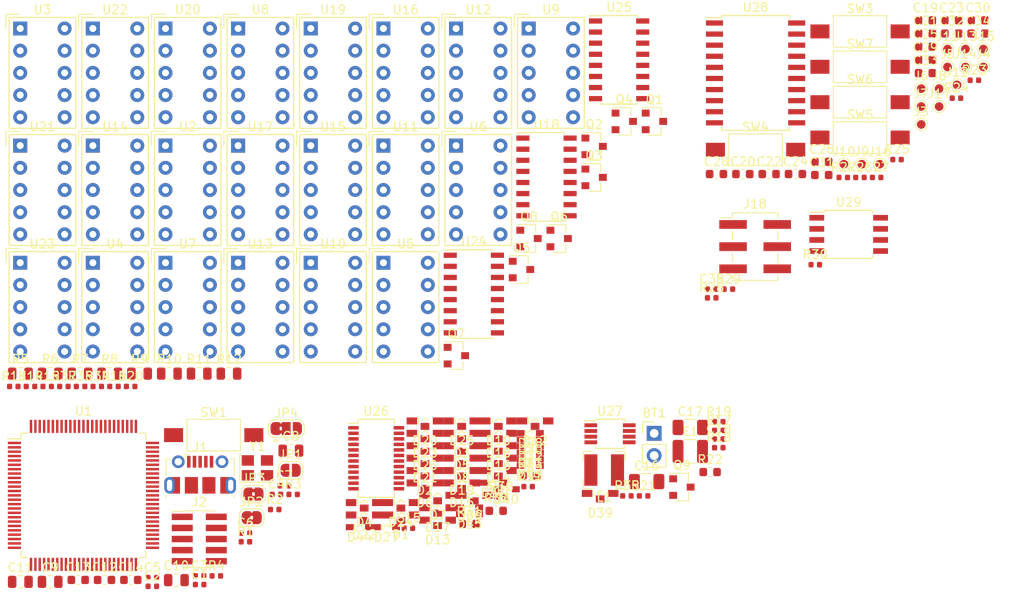
<source format=kicad_pcb>
(kicad_pcb (version 20171130) (host pcbnew 5.0.2+dfsg1-1)
  (layers (0 F.Cu signal) (31 B.Cu signal) (34 B.Paste user) (35 F.Paste user) (36 B.SilkS user) (37 F.SilkS user) (38 B.Mask user) (39 F.Mask user) (44 Edge.Cuts user))
  (net 0 "")
  (net 1 "Net-(BT1-Pad1)")
  (net 2 "Net-(BT1-Pad2)")
  (net 3 +3V3)
  (net 4 GND)
  (net 5 "Net-(C10-Pad1)")
  (net 6 "Net-(C11-Pad1)")
  (net 7 "Net-(C13-Pad1)")
  (net 8 "Net-(C14-Pad1)")
  (net 9 "Net-(C17-Pad1)")
  (net 10 "Net-(C18-Pad1)")
  (net 11 "Net-(C19-Pad2)")
  (net 12 "Net-(C20-Pad1)")
  (net 13 "Net-(C21-Pad2)")
  (net 14 "Net-(C22-Pad1)")
  (net 15 "Net-(C23-Pad2)")
  (net 16 "Net-(C24-Pad1)")
  (net 17 "Net-(C25-Pad2)")
  (net 18 "Net-(C26-Pad1)")
  (net 19 "Net-(C28-Pad2)")
  (net 20 "Net-(C29-Pad1)")
  (net 21 "Net-(C30-Pad2)")
  (net 22 "Net-(C31-Pad1)")
  (net 23 "Net-(C32-Pad2)")
  (net 24 "Net-(C33-Pad1)")
  (net 25 "Net-(C34-Pad2)")
  (net 26 "Net-(D1-Pad2)")
  (net 27 "Net-(D1-Pad1)")
  (net 28 "Net-(D3-Pad2)")
  (net 29 "Net-(D3-Pad1)")
  (net 30 "Net-(D5-Pad2)")
  (net 31 "Net-(D5-Pad1)")
  (net 32 "Net-(D7-Pad2)")
  (net 33 "Net-(D7-Pad1)")
  (net 34 "Net-(D10-Pad2)")
  (net 35 "Net-(D10-Pad1)")
  (net 36 "Net-(D11-Pad2)")
  (net 37 "Net-(D11-Pad1)")
  (net 38 "Net-(D13-Pad2)")
  (net 39 "Net-(D13-Pad1)")
  (net 40 "Net-(D15-Pad1)")
  (net 41 "Net-(D15-Pad2)")
  (net 42 "Net-(D17-Pad1)")
  (net 43 "Net-(D17-Pad2)")
  (net 44 "Net-(D19-Pad1)")
  (net 45 "Net-(D19-Pad2)")
  (net 46 "Net-(D21-Pad1)")
  (net 47 "Net-(D21-Pad2)")
  (net 48 "Net-(D23-Pad2)")
  (net 49 "Net-(D23-Pad1)")
  (net 50 "Net-(D25-Pad1)")
  (net 51 "Net-(D25-Pad2)")
  (net 52 "Net-(D27-Pad1)")
  (net 53 "Net-(D27-Pad2)")
  (net 54 "Net-(D29-Pad1)")
  (net 55 "Net-(D29-Pad2)")
  (net 56 "Net-(D31-Pad2)")
  (net 57 "Net-(D31-Pad1)")
  (net 58 "Net-(D39-Pad1)")
  (net 59 "Net-(D40-Pad1)")
  (net 60 "Net-(D42-Pad1)")
  (net 61 "Net-(D44-Pad1)")
  (net 62 /dsky-MCU/USB_OTG_FS_DM)
  (net 63 "Net-(J1-Pad1)")
  (net 64 "Net-(J1-Pad4)")
  (net 65 /dsky-MCU/USB_OTG_FS_DP)
  (net 66 /dsky-MCU/SYS_JTMS-SWDIO)
  (net 67 /dsky-MCU/SYS_JTCK-SWCLK)
  (net 68 /dsky-MCU/SYS_JTDO-SWO)
  (net 69 "Net-(J2-Pad7)")
  (net 70 /dsky-MCU/SYS_JTDI)
  (net 71 "Net-(J2-Pad10)")
  (net 72 /dsky-ext-flash/SPI1_MISO)
  (net 73 /dsky-ext-flash/SPI1_SCK)
  (net 74 /dsky-ext-flash/SPI1_MOSI)
  (net 75 /dsky-ext-flash/EXT_FLASH_CS)
  (net 76 /dsky-MCU/BOOT0)
  (net 77 "Net-(JP2-Pad1)")
  (net 78 "Net-(JP2-Pad2)")
  (net 79 "Net-(JP3-Pad2)")
  (net 80 "Net-(JP3-Pad1)")
  (net 81 /dsky-MCU/RST)
  (net 82 /dsky-MCU/SYS_JTRST)
  (net 83 "Net-(L1-Pad2)")
  (net 84 /dsky-7seg/MCU_7SEG_DP)
  (net 85 "Net-(Q1-Pad3)")
  (net 86 "Net-(Q2-Pad3)")
  (net 87 /dsky-7seg/MCU_7SEG_G)
  (net 88 /dsky-7seg/MCU_7SEG_F)
  (net 89 "Net-(Q3-Pad3)")
  (net 90 "Net-(Q4-Pad3)")
  (net 91 /dsky-7seg/MCU_7SEG_E)
  (net 92 /dsky-7seg/MCU_7SEG_D)
  (net 93 "Net-(Q5-Pad3)")
  (net 94 /dsky-7seg/MCU_7SEG_C)
  (net 95 "Net-(Q6-Pad3)")
  (net 96 "Net-(Q7-Pad3)")
  (net 97 /dsky-7seg/MCU_7SEG_B)
  (net 98 /dsky-7seg/MCU_7SEG_A)
  (net 99 "Net-(Q8-Pad3)")
  (net 100 "Net-(Q9-Pad2)")
  (net 101 /dsky-power/LOW_BATT)
  (net 102 /dsky-7seg/7SEG_A)
  (net 103 /dsky-7seg/7SEG_B)
  (net 104 /dsky-7seg/7SEG_C)
  (net 105 /dsky-7seg/7SEG_D)
  (net 106 /dsky-7seg/7SEG_E)
  (net 107 /dsky-7seg/7SEG_F)
  (net 108 /dsky-7seg/7SEG_G)
  (net 109 /dsky-7seg/7SEG_DP)
  (net 110 "Net-(R17-Pad2)")
  (net 111 "Net-(R19-Pad2)")
  (net 112 /dsky-keys/BTN_RSET)
  (net 113 /dsky-keys/BTN_ENTR)
  (net 114 /dsky-keys/BTN_NOUN)
  (net 115 /dsky-keys/BTN_VERB)
  (net 116 /dsky-keys/BTN_SOFT_RST)
  (net 117 /dsky-ext-flash/EXT_FLASH_HOLD)
  (net 118 /dsky-ext-flash/EXT_FLASH_WP)
  (net 119 /dsky-LED-matrix/LED_BLANK)
  (net 120 "Net-(R39-Pad1)")
  (net 121 "Net-(U1-Pad1)")
  (net 122 "Net-(U1-Pad2)")
  (net 123 "Net-(U1-Pad3)")
  (net 124 "Net-(U1-Pad4)")
  (net 125 "Net-(U1-Pad5)")
  (net 126 "Net-(U1-Pad7)")
  (net 127 "Net-(U1-Pad8)")
  (net 128 "Net-(U1-Pad9)")
  (net 129 "Net-(U1-Pad15)")
  (net 130 "Net-(U1-Pad16)")
  (net 131 "Net-(U1-Pad17)")
  (net 132 /dsky-MCU/KEY_IRQ)
  (net 133 /dsky-MCU/EXT_FLASH_HOLD)
  (net 134 /dsky-MCU/EXT_FLASH_WP)
  (net 135 /dsky-MCU/USART2_TX)
  (net 136 /dsky-MCU/USART2_RX)
  (net 137 /dsky-MCU/EXT_FLASH_CS)
  (net 138 /dsky-MCU/SPI1_SCK)
  (net 139 /dsky-MCU/SPI1_MISO)
  (net 140 /dsky-MCU/SPI1_MOSI)
  (net 141 /dsky-MCU/LOW_BATT)
  (net 142 /dsky-MCU/BTN_SOFT_RST)
  (net 143 /dsky-MCU/BTN_RSET)
  (net 144 /dsky-MCU/BTN_ENTR)
  (net 145 /dsky-MCU/BTN_NOUN)
  (net 146 /dsky-MCU/BTN_VERB)
  (net 147 /dsky-MCU/7SEG_21_CC)
  (net 148 /dsky-MCU/7SEG_20_CC)
  (net 149 /dsky-MCU/7SEG_19_CC)
  (net 150 /dsky-MCU/7SEG_18_CC)
  (net 151 /dsky-MCU/7SEG_17_CC)
  (net 152 /dsky-MCU/7SEG_16_CC)
  (net 153 /dsky-MCU/7SEG_15_CC)
  (net 154 /dsky-MCU/7SEG_14_CC)
  (net 155 /dsky-MCU/7SEG_13_CC)
  (net 156 /dsky-MCU/7SEG_12_CC)
  (net 157 /dsky-MCU/7SEG_11_CC)
  (net 158 /dsky-MCU/7SEG_10_CC)
  (net 159 /dsky-MCU/7SEG_9_CC)
  (net 160 /dsky-MCU/7SEG_8_CC)
  (net 161 /dsky-MCU/7SEG_7_CC)
  (net 162 /dsky-MCU/7SEG_6_CC)
  (net 163 /dsky-MCU/7SEG_5_CC)
  (net 164 /dsky-MCU/7SEG_4_CC)
  (net 165 /dsky-MCU/7SEG_3_CC)
  (net 166 /dsky-MCU/7SEG_2_CC)
  (net 167 /dsky-MCU/7SEG_1_CC)
  (net 168 /dsky-MCU/MCU_7SEG_DP)
  (net 169 /dsky-MCU/MCU_7SEG_G)
  (net 170 /dsky-MCU/MCU_7SEG_F)
  (net 171 /dsky-MCU/MCU_7SEG_E)
  (net 172 /dsky-MCU/MCU_7SEG_D)
  (net 173 /dsky-MCU/MCU_7SEG_C)
  (net 174 /dsky-MCU/MCU_7SEG_B)
  (net 175 /dsky-MCU/MCU_7SEG_A)
  (net 176 /dsky-MCU/LED_BLANK)
  (net 177 /dsky-MCU/LED_LATCH)
  (net 178 "Net-(U1-Pad80)")
  (net 179 "Net-(U1-Pad81)")
  (net 180 "Net-(U1-Pad82)")
  (net 181 "Net-(U1-Pad83)")
  (net 182 "Net-(U1-Pad84)")
  (net 183 "Net-(U1-Pad85)")
  (net 184 "Net-(U1-Pad86)")
  (net 185 "Net-(U1-Pad87)")
  (net 186 "Net-(U1-Pad88)")
  (net 187 "Net-(U1-Pad91)")
  (net 188 /dsky-MCU/SCL)
  (net 189 /dsky-MCU/SDA)
  (net 190 "Net-(U1-Pad95)")
  (net 191 "Net-(U1-Pad96)")
  (net 192 "Net-(U1-Pad97)")
  (net 193 "Net-(U1-Pad98)")
  (net 194 /dsky-7seg/7SEG_1_CC)
  (net 195 /dsky-7seg/7SEG_2_CC)
  (net 196 /dsky-7seg/7SEG_3_CC)
  (net 197 /dsky-7seg/7SEG_4_CC)
  (net 198 /dsky-7seg/7SEG_5_CC)
  (net 199 /dsky-7seg/7SEG_6_CC)
  (net 200 /dsky-7seg/7SEG_7_CC)
  (net 201 /dsky-7seg/7SEG_8_CC)
  (net 202 /dsky-7seg/7SEG_9_CC)
  (net 203 /dsky-7seg/7SEG_10_CC)
  (net 204 /dsky-7seg/7SEG_11_CC)
  (net 205 /dsky-7seg/7SEG_12_CC)
  (net 206 /dsky-7seg/7SEG_13_CC)
  (net 207 /dsky-7seg/7SEG_14_CC)
  (net 208 /dsky-7seg/7SEG_15_CC)
  (net 209 /dsky-7seg/7SEG_16_CC)
  (net 210 /dsky-7seg/MCU_7SEG_1_CC)
  (net 211 /dsky-7seg/MCU_7SEG_2_CC)
  (net 212 /dsky-7seg/MCU_7SEG_3_CC)
  (net 213 /dsky-7seg/MCU_7SEG_4_CC)
  (net 214 /dsky-7seg/MCU_7SEG_5_CC)
  (net 215 /dsky-7seg/MCU_7SEG_6_CC)
  (net 216 /dsky-7seg/MCU_7SEG_7_CC)
  (net 217 /dsky-7seg/7SEG_17_CC)
  (net 218 /dsky-7seg/7SEG_18_CC)
  (net 219 /dsky-7seg/7SEG_19_CC)
  (net 220 /dsky-7seg/7SEG_20_CC)
  (net 221 /dsky-7seg/7SEG_21_CC)
  (net 222 /dsky-7seg/MCU_7SEG_15_CC)
  (net 223 /dsky-7seg/MCU_7SEG_16_CC)
  (net 224 /dsky-7seg/MCU_7SEG_17_CC)
  (net 225 /dsky-7seg/MCU_7SEG_18_CC)
  (net 226 /dsky-7seg/MCU_7SEG_19_CC)
  (net 227 /dsky-7seg/MCU_7SEG_20_CC)
  (net 228 /dsky-7seg/MCU_7SEG_21_CC)
  (net 229 /dsky-7seg/MCU_7SEG_14_CC)
  (net 230 /dsky-7seg/MCU_7SEG_13_CC)
  (net 231 /dsky-7seg/MCU_7SEG_12_CC)
  (net 232 /dsky-7seg/MCU_7SEG_11_CC)
  (net 233 /dsky-7seg/MCU_7SEG_10_CC)
  (net 234 /dsky-7seg/MCU_7SEG_9_CC)
  (net 235 /dsky-7seg/MCU_7SEG_8_CC)
  (net 236 /dsky-LED-matrix/SPI1_MOSI)
  (net 237 /dsky-LED-matrix/SPI1_SCK)
  (net 238 /dsky-LED-matrix/LED_LATCH)
  (net 239 "Net-(U26-Pad22)")
  (net 240 /dsky-keys/KEY_IRQ)
  (net 241 /dsky-keys/SCL)
  (net 242 /dsky-keys/SDA)
  (module Connector_PinHeader_2.54mm:PinHeader_1x02_P2.54mm_Vertical (layer F.Cu) (at 170.215001 117.045001)
    (fp_text reference BT1 (at 0 -2.33) (layer F.SilkS))
    (fp_text value Battery)
    (pad 1 thru_hole rect (at 0 0) (size 1.7 1.7) (drill 1) (layers *.Cu *.Mask) (net 1 "Net-(BT1-Pad1)"))
    (pad 2 thru_hole oval (at 0 2.54) (size 1.7 1.7) (drill 1) (layers *.Cu *.Mask) (net 2 "Net-(BT1-Pad2)"))
  )
  (module Capacitor_SMD:C_0402_1005Metric (layer F.Cu) (at 118.215001 134.355001)
    (fp_text reference C1 (at 0 -1.17) (layer F.SilkS))
    (fp_text value 100nF)
    (pad 2 smd roundrect (at 0.485 0) (size 0.59 0.64) (layers F.Cu F.Paste F.Mask) (net 3 +3V3))
    (pad 1 smd roundrect (at -0.485 0) (size 0.59 0.64) (layers F.Cu F.Paste F.Mask) (net 4 GND))
  )
  (module Capacitor_SMD:C_0402_1005Metric (layer F.Cu) (at 112.805001 134.555001)
    (fp_text reference C2 (at 0 -1.17) (layer F.SilkS))
    (fp_text value 100nF)
    (pad 1 smd roundrect (at -0.485 0) (size 0.59 0.64) (layers F.Cu F.Paste F.Mask) (net 4 GND))
    (pad 2 smd roundrect (at 0.485 0) (size 0.59 0.64) (layers F.Cu F.Paste F.Mask) (net 3 +3V3))
  )
  (module Capacitor_SMD:C_0402_1005Metric (layer F.Cu) (at 118.215001 133.365001)
    (fp_text reference C3 (at 0 -1.17) (layer F.SilkS))
    (fp_text value 100nF)
    (pad 2 smd roundrect (at 0.485 0) (size 0.59 0.64) (layers F.Cu F.Paste F.Mask) (net 3 +3V3))
    (pad 1 smd roundrect (at -0.485 0) (size 0.59 0.64) (layers F.Cu F.Paste F.Mask) (net 4 GND))
  )
  (module Capacitor_SMD:C_0402_1005Metric (layer F.Cu) (at 127.005001 124.035001)
    (fp_text reference C4 (at 0 -1.17) (layer F.SilkS))
    (fp_text value 100nF)
    (pad 1 smd roundrect (at -0.485 0) (size 0.59 0.64) (layers F.Cu F.Paste F.Mask) (net 4 GND))
    (pad 2 smd roundrect (at 0.485 0) (size 0.59 0.64) (layers F.Cu F.Paste F.Mask) (net 3 +3V3))
  )
  (module Capacitor_SMD:C_0402_1005Metric (layer F.Cu) (at 112.805001 133.565001)
    (fp_text reference C5 (at 0 -1.17) (layer F.SilkS))
    (fp_text value 100nF)
    (pad 2 smd roundrect (at 0.485 0) (size 0.59 0.64) (layers F.Cu F.Paste F.Mask) (net 3 +3V3))
    (pad 1 smd roundrect (at -0.485 0) (size 0.59 0.64) (layers F.Cu F.Paste F.Mask) (net 4 GND))
  )
  (module Capacitor_SMD:C_0402_1005Metric (layer F.Cu) (at 123.455001 128.465001)
    (fp_text reference C6 (at 0 -1.17) (layer F.SilkS))
    (fp_text value 100nF)
    (pad 1 smd roundrect (at -0.485 0) (size 0.59 0.64) (layers F.Cu F.Paste F.Mask) (net 4 GND))
    (pad 2 smd roundrect (at 0.485 0) (size 0.59 0.64) (layers F.Cu F.Paste F.Mask) (net 3 +3V3))
  )
  (module Capacitor_SMD:C_0402_1005Metric (layer F.Cu) (at 127.905001 123.045001)
    (fp_text reference C7 (at 0 -1.17) (layer F.SilkS))
    (fp_text value 100nF)
    (pad 2 smd roundrect (at 0.485 0) (size 0.59 0.64) (layers F.Cu F.Paste F.Mask) (net 3 +3V3))
    (pad 1 smd roundrect (at -0.485 0) (size 0.59 0.64) (layers F.Cu F.Paste F.Mask) (net 4 GND))
  )
  (module Capacitor_SMD:C_0805_2012Metric (layer F.Cu) (at 128.655001 119.025001)
    (fp_text reference C8 (at 0 -1.65) (layer F.SilkS))
    (fp_text value 4.7uF)
    (pad 1 smd roundrect (at -0.9375 0) (size 0.975 1.4) (layers F.Cu F.Paste F.Mask) (net 4 GND))
    (pad 2 smd roundrect (at 0.9375 0) (size 0.975 1.4) (layers F.Cu F.Paste F.Mask) (net 3 +3V3))
  )
  (module Capacitor_SMD:C_0805_2012Metric (layer F.Cu) (at 101.115001 134.045001)
    (fp_text reference C9 (at 0 -1.65) (layer F.SilkS))
    (fp_text value 1uF)
    (pad 2 smd roundrect (at 0.9375 0) (size 0.975 1.4) (layers F.Cu F.Paste F.Mask) (net 3 +3V3))
    (pad 1 smd roundrect (at -0.9375 0) (size 0.975 1.4) (layers F.Cu F.Paste F.Mask) (net 4 GND))
  )
  (module Capacitor_SMD:C_0805_2012Metric (layer F.Cu) (at 115.555001 133.845001)
    (fp_text reference C10 (at 0 -1.65) (layer F.SilkS))
    (fp_text value 2.2uF)
    (pad 2 smd roundrect (at 0.9375 0) (size 0.975 1.4) (layers F.Cu F.Paste F.Mask) (net 4 GND))
    (pad 1 smd roundrect (at -0.9375 0) (size 0.975 1.4) (layers F.Cu F.Paste F.Mask) (net 5 "Net-(C10-Pad1)"))
  )
  (module Capacitor_SMD:C_0805_2012Metric (layer F.Cu) (at 97.705001 134.045001)
    (fp_text reference C11 (at 0 -1.65) (layer F.SilkS))
    (fp_text value 2.2uF)
    (pad 1 smd roundrect (at -0.9375 0) (size 0.975 1.4) (layers F.Cu F.Paste F.Mask) (net 6 "Net-(C11-Pad1)"))
    (pad 2 smd roundrect (at 0.9375 0) (size 0.975 1.4) (layers F.Cu F.Paste F.Mask) (net 4 GND))
  )
  (module Capacitor_SMD:C_0603_1608Metric (layer F.Cu) (at 107.335001 133.825001)
    (fp_text reference C12 (at 0 -1.43) (layer F.SilkS))
    (fp_text value 10nF)
    (pad 2 smd roundrect (at 0.7875 0) (size 0.875 0.95) (layers F.Cu F.Paste F.Mask) (net 3 +3V3))
    (pad 1 smd roundrect (at -0.7875 0) (size 0.875 0.95) (layers F.Cu F.Paste F.Mask) (net 4 GND))
  )
  (module Capacitor_SMD:C_0603_1608Metric (layer F.Cu) (at 104.325001 133.825001)
    (fp_text reference C13 (at 0 -1.43) (layer F.SilkS))
    (fp_text value 20pF)
    (pad 1 smd roundrect (at -0.7875 0) (size 0.875 0.95) (layers F.Cu F.Paste F.Mask) (net 7 "Net-(C13-Pad1)"))
    (pad 2 smd roundrect (at 0.7875 0) (size 0.875 0.95) (layers F.Cu F.Paste F.Mask) (net 4 GND))
  )
  (module Capacitor_SMD:C_0603_1608Metric (layer F.Cu) (at 110.345001 133.825001)
    (fp_text reference C14 (at 0 -1.43) (layer F.SilkS))
    (fp_text value 20pF)
    (pad 1 smd roundrect (at -0.7875 0) (size 0.875 0.95) (layers F.Cu F.Paste F.Mask) (net 8 "Net-(C14-Pad1)"))
    (pad 2 smd roundrect (at 0.7875 0) (size 0.875 0.95) (layers F.Cu F.Paste F.Mask) (net 4 GND))
  )
  (module Capacitor_SMD:C_0402_1005Metric (layer F.Cu) (at 142.095001 127.905001)
    (fp_text reference C15 (at 0 -1.17) (layer F.SilkS))
    (fp_text value 100nF)
    (pad 1 smd roundrect (at -0.485 0) (size 0.59 0.64) (layers F.Cu F.Paste F.Mask) (net 3 +3V3))
    (pad 2 smd roundrect (at 0.485 0) (size 0.59 0.64) (layers F.Cu F.Paste F.Mask) (net 4 GND))
  )
  (module Capacitor_SMD:C_1206_3216Metric (layer F.Cu) (at 169.355001 122.565001)
    (fp_text reference C16 (at 0 -1.82) (layer F.SilkS))
    (fp_text value 47uF)
    (pad 2 smd roundrect (at 1.4 0) (size 1.25 1.75) (layers F.Cu F.Paste F.Mask) (roundrect_rratio 0.2) (net 4 GND))
    (pad 1 smd roundrect (at -1.4 0) (size 1.25 1.75) (layers F.Cu F.Paste F.Mask) (roundrect_rratio 0.2) (net 3 +3V3))
  )
  (module Capacitor_SMD:C_1206_3216Metric (layer F.Cu) (at 174.345001 116.365001)
    (fp_text reference C17 (at 0 -1.82) (layer F.SilkS))
    (fp_text value 47uF)
    (pad 1 smd roundrect (at -1.4 0) (size 1.25 1.75) (layers F.Cu F.Paste F.Mask) (roundrect_rratio 0.2) (net 9 "Net-(C17-Pad1)"))
    (pad 2 smd roundrect (at 1.4 0) (size 1.25 1.75) (layers F.Cu F.Paste F.Mask) (roundrect_rratio 0.2) (net 4 GND))
  )
  (module Capacitor_SMD:C_0402_1005Metric (layer F.Cu) (at 177.605001 117.695001)
    (fp_text reference C18 (at 0 -1.17) (layer F.SilkS))
    (fp_text value 100nF)
    (pad 1 smd roundrect (at -0.485 0) (size 0.59 0.64) (layers F.Cu F.Paste F.Mask) (net 10 "Net-(C18-Pad1)"))
    (pad 2 smd roundrect (at 0.485 0) (size 0.59 0.64) (layers F.Cu F.Paste F.Mask) (net 4 GND))
  )
  (module Capacitor_SMD:C_0603_1608Metric (layer F.Cu) (at 201.245001 69.755001)
    (fp_text reference C19 (at 0 -1.43) (layer F.SilkS))
    (fp_text value 25pF)
    (pad 1 smd roundrect (at -0.7875 0) (size 0.875 0.95) (layers F.Cu F.Paste F.Mask) (net 4 GND))
    (pad 2 smd roundrect (at 0.7875 0) (size 0.875 0.95) (layers F.Cu F.Paste F.Mask) (net 11 "Net-(C19-Pad2)"))
  )
  (module Capacitor_SMD:C_0603_1608Metric (layer F.Cu) (at 180.355001 87.355001)
    (fp_text reference C20 (at 0 -1.43) (layer F.SilkS))
    (fp_text value 25pF)
    (pad 1 smd roundrect (at -0.7875 0) (size 0.875 0.95) (layers F.Cu F.Paste F.Mask) (net 12 "Net-(C20-Pad1)"))
    (pad 2 smd roundrect (at 0.7875 0) (size 0.875 0.95) (layers F.Cu F.Paste F.Mask) (net 4 GND))
  )
  (module Capacitor_SMD:C_0603_1608Metric (layer F.Cu) (at 201.245001 71.265001)
    (fp_text reference C21 (at 0 -1.43) (layer F.SilkS))
    (fp_text value 25pF)
    (pad 2 smd roundrect (at 0.7875 0) (size 0.875 0.95) (layers F.Cu F.Paste F.Mask) (net 13 "Net-(C21-Pad2)"))
    (pad 1 smd roundrect (at -0.7875 0) (size 0.875 0.95) (layers F.Cu F.Paste F.Mask) (net 4 GND))
  )
  (module Capacitor_SMD:C_0603_1608Metric (layer F.Cu) (at 183.365001 87.355001)
    (fp_text reference C22 (at 0 -1.43) (layer F.SilkS))
    (fp_text value 25pF)
    (pad 2 smd roundrect (at 0.7875 0) (size 0.875 0.95) (layers F.Cu F.Paste F.Mask) (net 4 GND))
    (pad 1 smd roundrect (at -0.7875 0) (size 0.875 0.95) (layers F.Cu F.Paste F.Mask) (net 14 "Net-(C22-Pad1)"))
  )
  (module Capacitor_SMD:C_0603_1608Metric (layer F.Cu) (at 204.255001 69.755001)
    (fp_text reference C23 (at 0 -1.43) (layer F.SilkS))
    (fp_text value 25pF)
    (pad 1 smd roundrect (at -0.7875 0) (size 0.875 0.95) (layers F.Cu F.Paste F.Mask) (net 4 GND))
    (pad 2 smd roundrect (at 0.7875 0) (size 0.875 0.95) (layers F.Cu F.Paste F.Mask) (net 15 "Net-(C23-Pad2)"))
  )
  (module Capacitor_SMD:C_0603_1608Metric (layer F.Cu) (at 186.375001 87.355001)
    (fp_text reference C24 (at 0 -1.43) (layer F.SilkS))
    (fp_text value 25pF)
    (pad 1 smd roundrect (at -0.7875 0) (size 0.875 0.95) (layers F.Cu F.Paste F.Mask) (net 16 "Net-(C24-Pad1)"))
    (pad 2 smd roundrect (at 0.7875 0) (size 0.875 0.95) (layers F.Cu F.Paste F.Mask) (net 4 GND))
  )
  (module Capacitor_SMD:C_0603_1608Metric (layer F.Cu) (at 201.245001 72.775001)
    (fp_text reference C25 (at 0 -1.43) (layer F.SilkS))
    (fp_text value 25pF)
    (pad 2 smd roundrect (at 0.7875 0) (size 0.875 0.95) (layers F.Cu F.Paste F.Mask) (net 17 "Net-(C25-Pad2)"))
    (pad 1 smd roundrect (at -0.7875 0) (size 0.875 0.95) (layers F.Cu F.Paste F.Mask) (net 4 GND))
  )
  (module Capacitor_SMD:C_0603_1608Metric (layer F.Cu) (at 189.385001 85.955001)
    (fp_text reference C26 (at 0 -1.43) (layer F.SilkS))
    (fp_text value 25pF)
    (pad 2 smd roundrect (at 0.7875 0) (size 0.875 0.95) (layers F.Cu F.Paste F.Mask) (net 4 GND))
    (pad 1 smd roundrect (at -0.7875 0) (size 0.875 0.95) (layers F.Cu F.Paste F.Mask) (net 18 "Net-(C26-Pad1)"))
  )
  (module Capacitor_SMD:C_0402_1005Metric (layer F.Cu) (at 195.665001 87.745001)
    (fp_text reference C27 (at 0 -1.17) (layer F.SilkS))
    (fp_text value 100nF)
    (pad 1 smd roundrect (at -0.485 0) (size 0.59 0.64) (layers F.Cu F.Paste F.Mask) (net 4 GND))
    (pad 2 smd roundrect (at 0.485 0) (size 0.59 0.64) (layers F.Cu F.Paste F.Mask) (net 3 +3V3))
  )
  (module Capacitor_SMD:C_0603_1608Metric (layer F.Cu) (at 177.345001 87.355001)
    (fp_text reference C28 (at 0 -1.43) (layer F.SilkS))
    (fp_text value 25pF)
    (pad 2 smd roundrect (at 0.7875 0) (size 0.875 0.95) (layers F.Cu F.Paste F.Mask) (net 19 "Net-(C28-Pad2)"))
    (pad 1 smd roundrect (at -0.7875 0) (size 0.875 0.95) (layers F.Cu F.Paste F.Mask) (net 4 GND))
  )
  (module Capacitor_SMD:C_0603_1608Metric (layer F.Cu) (at 201.245001 74.285001)
    (fp_text reference C29 (at 0 -1.43) (layer F.SilkS))
    (fp_text value 25pF)
    (pad 2 smd roundrect (at 0.7875 0) (size 0.875 0.95) (layers F.Cu F.Paste F.Mask) (net 4 GND))
    (pad 1 smd roundrect (at -0.7875 0) (size 0.875 0.95) (layers F.Cu F.Paste F.Mask) (net 20 "Net-(C29-Pad1)"))
  )
  (module Capacitor_SMD:C_0603_1608Metric (layer F.Cu) (at 207.265001 69.755001)
    (fp_text reference C30 (at 0 -1.43) (layer F.SilkS))
    (fp_text value 25pF)
    (pad 1 smd roundrect (at -0.7875 0) (size 0.875 0.95) (layers F.Cu F.Paste F.Mask) (net 4 GND))
    (pad 2 smd roundrect (at 0.7875 0) (size 0.875 0.95) (layers F.Cu F.Paste F.Mask) (net 21 "Net-(C30-Pad2)"))
  )
  (module Capacitor_SMD:C_0603_1608Metric (layer F.Cu) (at 189.385001 87.465001)
    (fp_text reference C31 (at 0 -1.43) (layer F.SilkS))
    (fp_text value 25pF)
    (pad 1 smd roundrect (at -0.7875 0) (size 0.875 0.95) (layers F.Cu F.Paste F.Mask) (net 22 "Net-(C31-Pad1)"))
    (pad 2 smd roundrect (at 0.7875 0) (size 0.875 0.95) (layers F.Cu F.Paste F.Mask) (net 4 GND))
  )
  (module Capacitor_SMD:C_0603_1608Metric (layer F.Cu) (at 204.255001 71.265001)
    (fp_text reference C32 (at 0 -1.43) (layer F.SilkS))
    (fp_text value 25pF)
    (pad 2 smd roundrect (at 0.7875 0) (size 0.875 0.95) (layers F.Cu F.Paste F.Mask) (net 23 "Net-(C32-Pad2)"))
    (pad 1 smd roundrect (at -0.7875 0) (size 0.875 0.95) (layers F.Cu F.Paste F.Mask) (net 4 GND))
  )
  (module Capacitor_SMD:C_0603_1608Metric (layer F.Cu) (at 201.245001 75.795001)
    (fp_text reference C33 (at 0 -1.43) (layer F.SilkS))
    (fp_text value 25pF)
    (pad 2 smd roundrect (at 0.7875 0) (size 0.875 0.95) (layers F.Cu F.Paste F.Mask) (net 4 GND))
    (pad 1 smd roundrect (at -0.7875 0) (size 0.875 0.95) (layers F.Cu F.Paste F.Mask) (net 24 "Net-(C33-Pad1)"))
  )
  (module Capacitor_SMD:C_0603_1608Metric (layer F.Cu) (at 207.265001 71.265001)
    (fp_text reference C34 (at 0 -1.43) (layer F.SilkS))
    (fp_text value 25pF)
    (pad 1 smd roundrect (at -0.7875 0) (size 0.875 0.95) (layers F.Cu F.Paste F.Mask) (net 4 GND))
    (pad 2 smd roundrect (at 0.7875 0) (size 0.875 0.95) (layers F.Cu F.Paste F.Mask) (net 25 "Net-(C34-Pad2)"))
  )
  (module Capacitor_SMD:C_0402_1005Metric (layer F.Cu) (at 176.795001 100.535001)
    (fp_text reference C35 (at 0 -1.17) (layer F.SilkS))
    (fp_text value 100nF)
    (pad 2 smd roundrect (at 0.485 0) (size 0.59 0.64) (layers F.Cu F.Paste F.Mask) (net 3 +3V3))
    (pad 1 smd roundrect (at -0.485 0) (size 0.59 0.64) (layers F.Cu F.Paste F.Mask) (net 4 GND))
  )
  (module dsky:3.00x1.50_RIGHT_LED (layer F.Cu) (at 141.24 126.39)
    (fp_text reference D1 (at 0 2.25) (layer F.SilkS))
    (fp_text value LED)
    (pad 2 smd rect (at 0 0.625) (size 1 0.8) (layers F.Cu F.Paste F.Mask) (net 26 "Net-(D1-Pad2)"))
    (pad 2 smd rect (at 1.5 0) (size 1.2 0.8) (layers F.Cu F.Paste F.Mask) (net 26 "Net-(D1-Pad2)"))
    (pad 1 smd rect (at -1.5 0) (size 1.2 0.8) (layers F.Cu F.Paste F.Mask) (net 27 "Net-(D1-Pad1)"))
  )
  (module dsky:3.00x1.50_RIGHT_LED (layer F.Cu) (at 143.99 121.3)
    (fp_text reference D2 (at 0 2.25) (layer F.SilkS))
    (fp_text value LED)
    (pad 1 smd rect (at -1.5 0) (size 1.2 0.8) (layers F.Cu F.Paste F.Mask) (net 27 "Net-(D1-Pad1)"))
    (pad 2 smd rect (at 1.5 0) (size 1.2 0.8) (layers F.Cu F.Paste F.Mask) (net 26 "Net-(D1-Pad2)"))
    (pad 2 smd rect (at 0 0.625) (size 1 0.8) (layers F.Cu F.Paste F.Mask) (net 26 "Net-(D1-Pad2)"))
  )
  (module dsky:3.00x1.50_RIGHT_LED (layer F.Cu) (at 148.19 117.04)
    (fp_text reference D3 (at 0 2.25) (layer F.SilkS))
    (fp_text value LED)
    (pad 2 smd rect (at 0 0.625) (size 1 0.8) (layers F.Cu F.Paste F.Mask) (net 28 "Net-(D3-Pad2)"))
    (pad 2 smd rect (at 1.5 0) (size 1.2 0.8) (layers F.Cu F.Paste F.Mask) (net 28 "Net-(D3-Pad2)"))
    (pad 1 smd rect (at -1.5 0) (size 1.2 0.8) (layers F.Cu F.Paste F.Mask) (net 29 "Net-(D3-Pad1)"))
  )
  (module dsky:3.00x1.50_RIGHT_LED (layer F.Cu) (at 137.04 124.97)
    (fp_text reference D4 (at 0 2.25) (layer F.SilkS))
    (fp_text value LED)
    (pad 1 smd rect (at -1.5 0) (size 1.2 0.8) (layers F.Cu F.Paste F.Mask) (net 29 "Net-(D3-Pad1)"))
    (pad 2 smd rect (at 1.5 0) (size 1.2 0.8) (layers F.Cu F.Paste F.Mask) (net 28 "Net-(D3-Pad2)"))
    (pad 2 smd rect (at 0 0.625) (size 1 0.8) (layers F.Cu F.Paste F.Mask) (net 28 "Net-(D3-Pad2)"))
  )
  (module dsky:3.00x1.50_RIGHT_LED (layer F.Cu) (at 148.19 118.46)
    (fp_text reference D5 (at 0 2.25) (layer F.SilkS))
    (fp_text value LED)
    (pad 2 smd rect (at 0 0.625) (size 1 0.8) (layers F.Cu F.Paste F.Mask) (net 30 "Net-(D5-Pad2)"))
    (pad 2 smd rect (at 1.5 0) (size 1.2 0.8) (layers F.Cu F.Paste F.Mask) (net 30 "Net-(D5-Pad2)"))
    (pad 1 smd rect (at -1.5 0) (size 1.2 0.8) (layers F.Cu F.Paste F.Mask) (net 31 "Net-(D5-Pad1)"))
  )
  (module dsky:3.00x1.50_RIGHT_LED (layer F.Cu) (at 143.99 122.72)
    (fp_text reference D6 (at 0 2.25) (layer F.SilkS))
    (fp_text value LED)
    (pad 1 smd rect (at -1.5 0) (size 1.2 0.8) (layers F.Cu F.Paste F.Mask) (net 31 "Net-(D5-Pad1)"))
    (pad 2 smd rect (at 1.5 0) (size 1.2 0.8) (layers F.Cu F.Paste F.Mask) (net 30 "Net-(D5-Pad2)"))
    (pad 2 smd rect (at 0 0.625) (size 1 0.8) (layers F.Cu F.Paste F.Mask) (net 30 "Net-(D5-Pad2)"))
  )
  (module dsky:3.00x1.50_RIGHT_LED (layer F.Cu) (at 145.44 124.14)
    (fp_text reference D7 (at 0 2.25) (layer F.SilkS))
    (fp_text value LED)
    (pad 2 smd rect (at 0 0.625) (size 1 0.8) (layers F.Cu F.Paste F.Mask) (net 32 "Net-(D7-Pad2)"))
    (pad 2 smd rect (at 1.5 0) (size 1.2 0.8) (layers F.Cu F.Paste F.Mask) (net 32 "Net-(D7-Pad2)"))
    (pad 1 smd rect (at -1.5 0) (size 1.2 0.8) (layers F.Cu F.Paste F.Mask) (net 33 "Net-(D7-Pad1)"))
  )
  (module dsky:3.00x1.50_RIGHT_LED (layer F.Cu) (at 148.19 119.88)
    (fp_text reference D8 (at 0 2.25) (layer F.SilkS))
    (fp_text value LED)
    (pad 2 smd rect (at 0 0.625) (size 1 0.8) (layers F.Cu F.Paste F.Mask) (net 32 "Net-(D7-Pad2)"))
    (pad 2 smd rect (at 1.5 0) (size 1.2 0.8) (layers F.Cu F.Paste F.Mask) (net 32 "Net-(D7-Pad2)"))
    (pad 1 smd rect (at -1.5 0) (size 1.2 0.8) (layers F.Cu F.Paste F.Mask) (net 33 "Net-(D7-Pad1)"))
  )
  (module dsky:3.00x1.50_RIGHT_LED (layer F.Cu) (at 149.64 124.14)
    (fp_text reference D9 (at 0 2.25) (layer F.SilkS))
    (fp_text value LED)
    (pad 2 smd rect (at 0 0.625) (size 1 0.8) (layers F.Cu F.Paste F.Mask) (net 34 "Net-(D10-Pad2)"))
    (pad 2 smd rect (at 1.5 0) (size 1.2 0.8) (layers F.Cu F.Paste F.Mask) (net 34 "Net-(D10-Pad2)"))
    (pad 1 smd rect (at -1.5 0) (size 1.2 0.8) (layers F.Cu F.Paste F.Mask) (net 35 "Net-(D10-Pad1)"))
  )
  (module dsky:3.00x1.50_RIGHT_LED (layer F.Cu) (at 152.39 115.62)
    (fp_text reference D10 (at 0 2.25) (layer F.SilkS))
    (fp_text value LED)
    (pad 1 smd rect (at -1.5 0) (size 1.2 0.8) (layers F.Cu F.Paste F.Mask) (net 35 "Net-(D10-Pad1)"))
    (pad 2 smd rect (at 1.5 0) (size 1.2 0.8) (layers F.Cu F.Paste F.Mask) (net 34 "Net-(D10-Pad2)"))
    (pad 2 smd rect (at 0 0.625) (size 1 0.8) (layers F.Cu F.Paste F.Mask) (net 34 "Net-(D10-Pad2)"))
  )
  (module dsky:3.00x1.50_RIGHT_LED (layer F.Cu) (at 152.39 121.3)
    (fp_text reference D11 (at 0 2.25) (layer F.SilkS))
    (fp_text value LED)
    (pad 2 smd rect (at 0 0.625) (size 1 0.8) (layers F.Cu F.Paste F.Mask) (net 36 "Net-(D11-Pad2)"))
    (pad 2 smd rect (at 1.5 0) (size 1.2 0.8) (layers F.Cu F.Paste F.Mask) (net 36 "Net-(D11-Pad2)"))
    (pad 1 smd rect (at -1.5 0) (size 1.2 0.8) (layers F.Cu F.Paste F.Mask) (net 37 "Net-(D11-Pad1)"))
  )
  (module dsky:3.00x1.50_RIGHT_LED (layer F.Cu) (at 156.59 115.62)
    (fp_text reference D12 (at 0 2.25) (layer F.SilkS))
    (fp_text value LED)
    (pad 1 smd rect (at -1.5 0) (size 1.2 0.8) (layers F.Cu F.Paste F.Mask) (net 37 "Net-(D11-Pad1)"))
    (pad 2 smd rect (at 1.5 0) (size 1.2 0.8) (layers F.Cu F.Paste F.Mask) (net 36 "Net-(D11-Pad2)"))
    (pad 2 smd rect (at 0 0.625) (size 1 0.8) (layers F.Cu F.Paste F.Mask) (net 36 "Net-(D11-Pad2)"))
  )
  (module dsky:3.00x1.50_RIGHT_LED (layer F.Cu) (at 145.44 126.98)
    (fp_text reference D13 (at 0 2.25) (layer F.SilkS))
    (fp_text value LED)
    (pad 2 smd rect (at 0 0.625) (size 1 0.8) (layers F.Cu F.Paste F.Mask) (net 38 "Net-(D13-Pad2)"))
    (pad 2 smd rect (at 1.5 0) (size 1.2 0.8) (layers F.Cu F.Paste F.Mask) (net 38 "Net-(D13-Pad2)"))
    (pad 1 smd rect (at -1.5 0) (size 1.2 0.8) (layers F.Cu F.Paste F.Mask) (net 39 "Net-(D13-Pad1)"))
  )
  (module dsky:3.00x1.50_RIGHT_LED (layer F.Cu) (at 152.39 119.88)
    (fp_text reference D14 (at 0 2.25) (layer F.SilkS))
    (fp_text value LED)
    (pad 1 smd rect (at -1.5 0) (size 1.2 0.8) (layers F.Cu F.Paste F.Mask) (net 39 "Net-(D13-Pad1)"))
    (pad 2 smd rect (at 1.5 0) (size 1.2 0.8) (layers F.Cu F.Paste F.Mask) (net 38 "Net-(D13-Pad2)"))
    (pad 2 smd rect (at 0 0.625) (size 1 0.8) (layers F.Cu F.Paste F.Mask) (net 38 "Net-(D13-Pad2)"))
  )
  (module dsky:3.00x1.50_RIGHT_LED (layer F.Cu) (at 148.19 122.72)
    (fp_text reference D15 (at 0 2.25) (layer F.SilkS))
    (fp_text value LED)
    (pad 1 smd rect (at -1.5 0) (size 1.2 0.8) (layers F.Cu F.Paste F.Mask) (net 40 "Net-(D15-Pad1)"))
    (pad 2 smd rect (at 1.5 0) (size 1.2 0.8) (layers F.Cu F.Paste F.Mask) (net 41 "Net-(D15-Pad2)"))
    (pad 2 smd rect (at 0 0.625) (size 1 0.8) (layers F.Cu F.Paste F.Mask) (net 41 "Net-(D15-Pad2)"))
  )
  (module dsky:3.00x1.50_RIGHT_LED (layer F.Cu) (at 152.39 118.46)
    (fp_text reference D16 (at 0 2.25) (layer F.SilkS))
    (fp_text value LED)
    (pad 2 smd rect (at 0 0.625) (size 1 0.8) (layers F.Cu F.Paste F.Mask) (net 41 "Net-(D15-Pad2)"))
    (pad 2 smd rect (at 1.5 0) (size 1.2 0.8) (layers F.Cu F.Paste F.Mask) (net 41 "Net-(D15-Pad2)"))
    (pad 1 smd rect (at -1.5 0) (size 1.2 0.8) (layers F.Cu F.Paste F.Mask) (net 40 "Net-(D15-Pad1)"))
  )
  (module dsky:3.00x1.50_RIGHT_LED (layer F.Cu) (at 145.44 125.56)
    (fp_text reference D17 (at 0 2.25) (layer F.SilkS))
    (fp_text value LED)
    (pad 1 smd rect (at -1.5 0) (size 1.2 0.8) (layers F.Cu F.Paste F.Mask) (net 42 "Net-(D17-Pad1)"))
    (pad 2 smd rect (at 1.5 0) (size 1.2 0.8) (layers F.Cu F.Paste F.Mask) (net 43 "Net-(D17-Pad2)"))
    (pad 2 smd rect (at 0 0.625) (size 1 0.8) (layers F.Cu F.Paste F.Mask) (net 43 "Net-(D17-Pad2)"))
  )
  (module dsky:3.00x1.50_RIGHT_LED (layer F.Cu) (at 152.39 117.04)
    (fp_text reference D18 (at 0 2.25) (layer F.SilkS))
    (fp_text value LED)
    (pad 2 smd rect (at 0 0.625) (size 1 0.8) (layers F.Cu F.Paste F.Mask) (net 43 "Net-(D17-Pad2)"))
    (pad 2 smd rect (at 1.5 0) (size 1.2 0.8) (layers F.Cu F.Paste F.Mask) (net 43 "Net-(D17-Pad2)"))
    (pad 1 smd rect (at -1.5 0) (size 1.2 0.8) (layers F.Cu F.Paste F.Mask) (net 42 "Net-(D17-Pad1)"))
  )
  (module dsky:3.00x1.50_RIGHT_LED (layer F.Cu) (at 148.19 121.3)
    (fp_text reference D19 (at 0 2.25) (layer F.SilkS))
    (fp_text value LED)
    (pad 1 smd rect (at -1.5 0) (size 1.2 0.8) (layers F.Cu F.Paste F.Mask) (net 44 "Net-(D19-Pad1)"))
    (pad 2 smd rect (at 1.5 0) (size 1.2 0.8) (layers F.Cu F.Paste F.Mask) (net 45 "Net-(D19-Pad2)"))
    (pad 2 smd rect (at 0 0.625) (size 1 0.8) (layers F.Cu F.Paste F.Mask) (net 45 "Net-(D19-Pad2)"))
  )
  (module dsky:3.00x1.50_RIGHT_LED (layer F.Cu) (at 143.99 115.62)
    (fp_text reference D20 (at 0 2.25) (layer F.SilkS))
    (fp_text value LED)
    (pad 2 smd rect (at 0 0.625) (size 1 0.8) (layers F.Cu F.Paste F.Mask) (net 45 "Net-(D19-Pad2)"))
    (pad 2 smd rect (at 1.5 0) (size 1.2 0.8) (layers F.Cu F.Paste F.Mask) (net 45 "Net-(D19-Pad2)"))
    (pad 1 smd rect (at -1.5 0) (size 1.2 0.8) (layers F.Cu F.Paste F.Mask) (net 44 "Net-(D19-Pad1)"))
  )
  (module dsky:3.00x1.50_RIGHT_LED (layer F.Cu) (at 143.99 119.88)
    (fp_text reference D21 (at 0 2.25) (layer F.SilkS))
    (fp_text value LED)
    (pad 1 smd rect (at -1.5 0) (size 1.2 0.8) (layers F.Cu F.Paste F.Mask) (net 46 "Net-(D21-Pad1)"))
    (pad 2 smd rect (at 1.5 0) (size 1.2 0.8) (layers F.Cu F.Paste F.Mask) (net 47 "Net-(D21-Pad2)"))
    (pad 2 smd rect (at 0 0.625) (size 1 0.8) (layers F.Cu F.Paste F.Mask) (net 47 "Net-(D21-Pad2)"))
  )
  (module dsky:3.00x1.50_RIGHT_LED (layer F.Cu) (at 137.04 126.39)
    (fp_text reference D22 (at 0 2.25) (layer F.SilkS))
    (fp_text value LED)
    (pad 1 smd rect (at -1.5 0) (size 1.2 0.8) (layers F.Cu F.Paste F.Mask) (net 46 "Net-(D21-Pad1)"))
    (pad 2 smd rect (at 1.5 0) (size 1.2 0.8) (layers F.Cu F.Paste F.Mask) (net 47 "Net-(D21-Pad2)"))
    (pad 2 smd rect (at 0 0.625) (size 1 0.8) (layers F.Cu F.Paste F.Mask) (net 47 "Net-(D21-Pad2)"))
  )
  (module dsky:3.00x1.50_RIGHT_LED (layer F.Cu) (at 143.99 117.04)
    (fp_text reference D23 (at 0 2.25) (layer F.SilkS))
    (fp_text value LED)
    (pad 2 smd rect (at 0 0.625) (size 1 0.8) (layers F.Cu F.Paste F.Mask) (net 48 "Net-(D23-Pad2)"))
    (pad 2 smd rect (at 1.5 0) (size 1.2 0.8) (layers F.Cu F.Paste F.Mask) (net 48 "Net-(D23-Pad2)"))
    (pad 1 smd rect (at -1.5 0) (size 1.2 0.8) (layers F.Cu F.Paste F.Mask) (net 49 "Net-(D23-Pad1)"))
  )
  (module dsky:3.00x1.50_RIGHT_LED (layer F.Cu) (at 141.24 124.97)
    (fp_text reference D24 (at 0 2.25) (layer F.SilkS))
    (fp_text value LED)
    (pad 1 smd rect (at -1.5 0) (size 1.2 0.8) (layers F.Cu F.Paste F.Mask) (net 49 "Net-(D23-Pad1)"))
    (pad 2 smd rect (at 1.5 0) (size 1.2 0.8) (layers F.Cu F.Paste F.Mask) (net 48 "Net-(D23-Pad2)"))
    (pad 2 smd rect (at 0 0.625) (size 1 0.8) (layers F.Cu F.Paste F.Mask) (net 48 "Net-(D23-Pad2)"))
  )
  (module dsky:3.00x1.50_RIGHT_LED (layer F.Cu) (at 148.19 115.62)
    (fp_text reference D25 (at 0 2.25) (layer F.SilkS))
    (fp_text value LED)
    (pad 1 smd rect (at -1.5 0) (size 1.2 0.8) (layers F.Cu F.Paste F.Mask) (net 50 "Net-(D25-Pad1)"))
    (pad 2 smd rect (at 1.5 0) (size 1.2 0.8) (layers F.Cu F.Paste F.Mask) (net 51 "Net-(D25-Pad2)"))
    (pad 2 smd rect (at 0 0.625) (size 1 0.8) (layers F.Cu F.Paste F.Mask) (net 51 "Net-(D25-Pad2)"))
  )
  (module dsky:3.00x1.50_RIGHT_LED (layer F.Cu) (at 143.99 118.46)
    (fp_text reference D26 (at 0 2.25) (layer F.SilkS))
    (fp_text value LED)
    (pad 2 smd rect (at 0 0.625) (size 1 0.8) (layers F.Cu F.Paste F.Mask) (net 51 "Net-(D25-Pad2)"))
    (pad 2 smd rect (at 1.5 0) (size 1.2 0.8) (layers F.Cu F.Paste F.Mask) (net 51 "Net-(D25-Pad2)"))
    (pad 1 smd rect (at -1.5 0) (size 1.2 0.8) (layers F.Cu F.Paste F.Mask) (net 50 "Net-(D25-Pad1)"))
  )
  (module dsky:2.00x0.50_RIGHT_LED (layer F.Cu) (at 139.59 127.785001)
    (fp_text reference D27 (at 0 1.15) (layer F.SilkS))
    (fp_text value LED)
    (pad 1 smd rect (at -1.1 0) (size 0.9 0.7) (layers F.Cu F.Paste F.Mask) (net 52 "Net-(D27-Pad1)"))
    (pad 2 smd rect (at 1.1 0) (size 0.9 0.7) (layers F.Cu F.Paste F.Mask) (net 53 "Net-(D27-Pad2)"))
  )
  (module dsky:2.00x0.50_RIGHT_LED (layer F.Cu) (at 156.04 117.015001)
    (fp_text reference D28 (at 0 1.15) (layer F.SilkS))
    (fp_text value LED)
    (pad 2 smd rect (at 1.1 0) (size 0.9 0.7) (layers F.Cu F.Paste F.Mask) (net 53 "Net-(D27-Pad2)"))
    (pad 1 smd rect (at -1.1 0) (size 0.9 0.7) (layers F.Cu F.Paste F.Mask) (net 52 "Net-(D27-Pad1)"))
  )
  (module dsky:2.00x0.50_RIGHT_LED (layer F.Cu) (at 149.09 125.535001)
    (fp_text reference D29 (at 0 1.15) (layer F.SilkS))
    (fp_text value LED)
    (pad 1 smd rect (at -1.1 0) (size 0.9 0.7) (layers F.Cu F.Paste F.Mask) (net 54 "Net-(D29-Pad1)"))
    (pad 2 smd rect (at 1.1 0) (size 0.9 0.7) (layers F.Cu F.Paste F.Mask) (net 55 "Net-(D29-Pad2)"))
  )
  (module dsky:2.00x0.50_RIGHT_LED (layer F.Cu) (at 156.04 117.765001)
    (fp_text reference D30 (at 0 1.15) (layer F.SilkS))
    (fp_text value LED)
    (pad 2 smd rect (at 1.1 0) (size 0.9 0.7) (layers F.Cu F.Paste F.Mask) (net 55 "Net-(D29-Pad2)"))
    (pad 1 smd rect (at -1.1 0) (size 0.9 0.7) (layers F.Cu F.Paste F.Mask) (net 54 "Net-(D29-Pad1)"))
  )
  (module dsky:2.00x0.50_RIGHT_LED (layer F.Cu) (at 151.84 122.695001)
    (fp_text reference D31 (at 0 1.15) (layer F.SilkS))
    (fp_text value LED)
    (pad 2 smd rect (at 1.1 0) (size 0.9 0.7) (layers F.Cu F.Paste F.Mask) (net 56 "Net-(D31-Pad2)"))
    (pad 1 smd rect (at -1.1 0) (size 0.9 0.7) (layers F.Cu F.Paste F.Mask) (net 57 "Net-(D31-Pad1)"))
  )
  (module dsky:2.00x0.50_RIGHT_LED (layer F.Cu) (at 156.04 118.515001)
    (fp_text reference D32 (at 0 1.15) (layer F.SilkS))
    (fp_text value LED)
    (pad 1 smd rect (at -1.1 0) (size 0.9 0.7) (layers F.Cu F.Paste F.Mask) (net 57 "Net-(D31-Pad1)"))
    (pad 2 smd rect (at 1.1 0) (size 0.9 0.7) (layers F.Cu F.Paste F.Mask) (net 56 "Net-(D31-Pad2)"))
  )
  (module dsky:3.00x1.50_RIGHT_LED (layer F.Cu) (at 164.04 123.92)
    (fp_text reference D39 (at 0 2.25) (layer F.SilkS))
    (fp_text value LED)
    (pad 2 smd rect (at 0 0.625) (size 1 0.8) (layers F.Cu F.Paste F.Mask) (net 3 +3V3))
    (pad 2 smd rect (at 1.5 0) (size 1.2 0.8) (layers F.Cu F.Paste F.Mask) (net 3 +3V3))
    (pad 1 smd rect (at -1.5 0) (size 1.2 0.8) (layers F.Cu F.Paste F.Mask) (net 58 "Net-(D39-Pad1)"))
  )
  (module dsky:2.00x0.50_RIGHT_LED (layer F.Cu) (at 153.29 123.445001)
    (fp_text reference D40 (at 0 1.15) (layer F.SilkS))
    (fp_text value LED)
    (pad 1 smd rect (at -1.1 0) (size 0.9 0.7) (layers F.Cu F.Paste F.Mask) (net 59 "Net-(D40-Pad1)"))
    (pad 2 smd rect (at 1.1 0) (size 0.9 0.7) (layers F.Cu F.Paste F.Mask) (net 3 +3V3))
  )
  (module dsky:2.00x0.50_RIGHT_LED (layer F.Cu) (at 156.04 119.265001)
    (fp_text reference D41 (at 0 1.15) (layer F.SilkS))
    (fp_text value LED)
    (pad 2 smd rect (at 1.1 0) (size 0.9 0.7) (layers F.Cu F.Paste F.Mask) (net 3 +3V3))
    (pad 1 smd rect (at -1.1 0) (size 0.9 0.7) (layers F.Cu F.Paste F.Mask) (net 59 "Net-(D40-Pad1)"))
  )
  (module dsky:2.00x0.50_RIGHT_LED (layer F.Cu) (at 156.04 120.015001)
    (fp_text reference D42 (at 0 1.15) (layer F.SilkS))
    (fp_text value LED)
    (pad 1 smd rect (at -1.1 0) (size 0.9 0.7) (layers F.Cu F.Paste F.Mask) (net 60 "Net-(D42-Pad1)"))
    (pad 2 smd rect (at 1.1 0) (size 0.9 0.7) (layers F.Cu F.Paste F.Mask) (net 3 +3V3))
  )
  (module dsky:2.00x0.50_RIGHT_LED (layer F.Cu) (at 156.04 120.765001)
    (fp_text reference D43 (at 0 1.15) (layer F.SilkS))
    (fp_text value LED)
    (pad 2 smd rect (at 1.1 0) (size 0.9 0.7) (layers F.Cu F.Paste F.Mask) (net 3 +3V3))
    (pad 1 smd rect (at -1.1 0) (size 0.9 0.7) (layers F.Cu F.Paste F.Mask) (net 60 "Net-(D42-Pad1)"))
  )
  (module dsky:2.00x0.50_RIGHT_LED (layer F.Cu) (at 136.49 127.785001)
    (fp_text reference D44 (at 0 1.15) (layer F.SilkS))
    (fp_text value LED)
    (pad 2 smd rect (at 1.1 0) (size 0.9 0.7) (layers F.Cu F.Paste F.Mask) (net 3 +3V3))
    (pad 1 smd rect (at -1.1 0) (size 0.9 0.7) (layers F.Cu F.Paste F.Mask) (net 61 "Net-(D44-Pad1)"))
  )
  (module dsky:2.00x0.50_RIGHT_LED (layer F.Cu) (at 149.09 126.285001)
    (fp_text reference D45 (at 0 1.15) (layer F.SilkS))
    (fp_text value LED)
    (pad 1 smd rect (at -1.1 0) (size 0.9 0.7) (layers F.Cu F.Paste F.Mask) (net 61 "Net-(D44-Pad1)"))
    (pad 2 smd rect (at 1.1 0) (size 0.9 0.7) (layers F.Cu F.Paste F.Mask) (net 3 +3V3))
  )
  (module Fuse:Fuse_1210_3225Metric (layer F.Cu) (at 174.345001 119.115001)
    (fp_text reference F1 (at 0 -2.28) (layer F.SilkS))
    (fp_text value Polyfuse)
    (pad 1 smd roundrect (at -1.4 0) (size 1.25 2.65) (layers F.Cu F.Paste F.Mask) (roundrect_rratio 0.2) (net 4 GND))
    (pad 2 smd roundrect (at 1.4 0) (size 1.25 2.65) (layers F.Cu F.Paste F.Mask) (roundrect_rratio 0.2) (net 2 "Net-(BT1-Pad2)"))
  )
  (module Connector_USB:USB_Micro-B_Molex-105017-0001 (layer F.Cu) (at 118.275001 121.755001)
    (fp_text reference J1 (at 0 -3.1125) (layer F.SilkS))
    (fp_text value USB_B_Micro)
    (pad 6 smd rect (at 1 1.2375) (size 1.5 1.9) (layers F.Cu F.Paste F.Mask) (net 4 GND))
    (pad 6 thru_hole circle (at -2.5 -1.4625) (size 1.45 1.45) (drill 0.85) (layers *.Cu *.Mask) (net 4 GND))
    (pad 2 smd rect (at -0.65 -1.4625) (size 0.4 1.35) (layers F.Cu F.Paste F.Mask) (net 62 /dsky-MCU/USB_OTG_FS_DM))
    (pad 1 smd rect (at -1.3 -1.4625) (size 0.4 1.35) (layers F.Cu F.Paste F.Mask) (net 63 "Net-(J1-Pad1)"))
    (pad 5 smd rect (at 1.3 -1.4625) (size 0.4 1.35) (layers F.Cu F.Paste F.Mask) (net 4 GND))
    (pad 4 smd rect (at 0.65 -1.4625) (size 0.4 1.35) (layers F.Cu F.Paste F.Mask) (net 64 "Net-(J1-Pad4)"))
    (pad 3 smd rect (at 0 -1.4625) (size 0.4 1.35) (layers F.Cu F.Paste F.Mask) (net 65 /dsky-MCU/USB_OTG_FS_DP))
    (pad 6 thru_hole circle (at 2.5 -1.4625) (size 1.45 1.45) (drill 0.85) (layers *.Cu *.Mask) (net 4 GND))
    (pad 6 smd rect (at -1 1.2375) (size 1.5 1.9) (layers F.Cu F.Paste F.Mask) (net 4 GND))
    (pad 6 thru_hole oval (at -3.5 1.2375 180) (size 1.2 1.9) (drill oval 0.6 1.3) (layers *.Cu *.Mask) (net 4 GND))
    (pad 6 thru_hole oval (at 3.5 1.2375) (size 1.2 1.9) (drill oval 0.6 1.3) (layers *.Cu *.Mask) (net 4 GND))
    (pad 6 smd rect (at 2.9 1.2375) (size 1.2 1.9) (layers F.Cu F.Mask) (net 4 GND))
    (pad 6 smd rect (at -2.9 1.2375) (size 1.2 1.9) (layers F.Cu F.Mask) (net 4 GND))
  )
  (module Connector_PinHeader_1.27mm:PinHeader_2x05_P1.27mm_Vertical_SMD (layer F.Cu) (at 118.175001 129.145001)
    (fp_text reference J2 (at 0 -4.235) (layer F.SilkS))
    (fp_text value Conn_ARM_JTAG_SWD_10)
    (pad 1 smd rect (at -1.95 -2.54) (size 2.4 0.74) (layers F.Cu F.Paste F.Mask) (net 3 +3V3))
    (pad 2 smd rect (at 1.95 -2.54) (size 2.4 0.74) (layers F.Cu F.Paste F.Mask) (net 66 /dsky-MCU/SYS_JTMS-SWDIO))
    (pad 3 smd rect (at -1.95 -1.27) (size 2.4 0.74) (layers F.Cu F.Paste F.Mask) (net 4 GND))
    (pad 4 smd rect (at 1.95 -1.27) (size 2.4 0.74) (layers F.Cu F.Paste F.Mask) (net 67 /dsky-MCU/SYS_JTCK-SWCLK))
    (pad 5 smd rect (at -1.95 0) (size 2.4 0.74) (layers F.Cu F.Paste F.Mask) (net 4 GND))
    (pad 6 smd rect (at 1.95 0) (size 2.4 0.74) (layers F.Cu F.Paste F.Mask) (net 68 /dsky-MCU/SYS_JTDO-SWO))
    (pad 7 smd rect (at -1.95 1.27) (size 2.4 0.74) (layers F.Cu F.Paste F.Mask) (net 69 "Net-(J2-Pad7)"))
    (pad 8 smd rect (at 1.95 1.27) (size 2.4 0.74) (layers F.Cu F.Paste F.Mask) (net 70 /dsky-MCU/SYS_JTDI))
    (pad 9 smd rect (at -1.95 2.54) (size 2.4 0.74) (layers F.Cu F.Paste F.Mask) (net 4 GND))
    (pad 10 smd rect (at 1.95 2.54) (size 2.4 0.74) (layers F.Cu F.Paste F.Mask) (net 71 "Net-(J2-Pad10)"))
  )
  (module TestPoint:TestPoint_Pad_D1.0mm (layer F.Cu) (at 200.765001 81.675001)
    (fp_text reference J3 (at 0 -1.448) (layer F.SilkS))
    (fp_text value Conn_01x01)
    (pad 1 smd circle (at 0 0) (size 1 1) (layers F.Cu F.Mask) (net 18 "Net-(C26-Pad1)"))
  )
  (module TestPoint:TestPoint_Pad_D1.0mm (layer F.Cu) (at 207.875001 75.095001)
    (fp_text reference J4 (at 0 -1.448) (layer F.SilkS))
    (fp_text value Conn_01x01)
    (pad 1 smd circle (at 0 0) (size 1 1) (layers F.Cu F.Mask) (net 17 "Net-(C25-Pad2)"))
  )
  (module TestPoint:TestPoint_Pad_D1.0mm (layer F.Cu) (at 203.775001 75.095001)
    (fp_text reference J5 (at 0 -1.448) (layer F.SilkS))
    (fp_text value Conn_01x01)
    (pad 1 smd circle (at 0 0) (size 1 1) (layers F.Cu F.Mask) (net 16 "Net-(C24-Pad1)"))
  )
  (module TestPoint:TestPoint_Pad_D1.0mm (layer F.Cu) (at 200.765001 77.575001)
    (fp_text reference J6 (at 0 -1.448) (layer F.SilkS))
    (fp_text value Conn_01x01)
    (pad 1 smd circle (at 0 0) (size 1 1) (layers F.Cu F.Mask) (net 15 "Net-(C23-Pad2)"))
  )
  (module TestPoint:TestPoint_Pad_D1.0mm (layer F.Cu) (at 200.765001 79.625001)
    (fp_text reference J7 (at 0 -1.448) (layer F.SilkS))
    (fp_text value Conn_01x01)
    (pad 1 smd circle (at 0 0) (size 1 1) (layers F.Cu F.Mask) (net 14 "Net-(C22-Pad1)"))
  )
  (module TestPoint:TestPoint_Pad_D1.0mm (layer F.Cu) (at 202.815001 77.575001)
    (fp_text reference J8 (at 0 -1.448) (layer F.SilkS))
    (fp_text value Conn_01x01)
    (pad 1 smd circle (at 0 0) (size 1 1) (layers F.Cu F.Mask) (net 13 "Net-(C21-Pad2)"))
  )
  (module TestPoint:TestPoint_Pad_D1.0mm (layer F.Cu) (at 193.965001 86.225001)
    (fp_text reference J9 (at 0 -1.448) (layer F.SilkS))
    (fp_text value Conn_01x01)
    (pad 1 smd circle (at 0 0) (size 1 1) (layers F.Cu F.Mask) (net 12 "Net-(C20-Pad1)"))
  )
  (module TestPoint:TestPoint_Pad_D1.0mm (layer F.Cu) (at 191.915001 86.225001)
    (fp_text reference J10 (at 0 -1.448) (layer F.SilkS))
    (fp_text value Conn_01x01)
    (pad 1 smd circle (at 0 0) (size 1 1) (layers F.Cu F.Mask) (net 11 "Net-(C19-Pad2)"))
  )
  (module TestPoint:TestPoint_Pad_D1.0mm (layer F.Cu) (at 203.775001 73.045001)
    (fp_text reference J11 (at 0 -1.448) (layer F.SilkS))
    (fp_text value Conn_01x01)
    (pad 1 smd circle (at 0 0) (size 1 1) (layers F.Cu F.Mask) (net 19 "Net-(C28-Pad2)"))
  )
  (module TestPoint:TestPoint_Pad_D1.0mm (layer F.Cu) (at 204.865001 77.145001)
    (fp_text reference J12 (at 0 -1.448) (layer F.SilkS))
    (fp_text value Conn_01x01)
    (pad 1 smd circle (at 0 0) (size 1 1) (layers F.Cu F.Mask) (net 20 "Net-(C29-Pad1)"))
  )
  (module TestPoint:TestPoint_Pad_D1.0mm (layer F.Cu) (at 205.825001 73.045001)
    (fp_text reference J13 (at 0 -1.448) (layer F.SilkS))
    (fp_text value Conn_01x01)
    (pad 1 smd circle (at 0 0) (size 1 1) (layers F.Cu F.Mask) (net 21 "Net-(C30-Pad2)"))
  )
  (module TestPoint:TestPoint_Pad_D1.0mm (layer F.Cu) (at 205.825001 75.095001)
    (fp_text reference J14 (at 0 -1.448) (layer F.SilkS))
    (fp_text value Conn_01x01)
    (pad 1 smd circle (at 0 0) (size 1 1) (layers F.Cu F.Mask) (net 22 "Net-(C31-Pad1)"))
  )
  (module TestPoint:TestPoint_Pad_D1.0mm (layer F.Cu) (at 207.875001 73.045001)
    (fp_text reference J15 (at 0 -1.448) (layer F.SilkS))
    (fp_text value Conn_01x01)
    (pad 1 smd circle (at 0 0) (size 1 1) (layers F.Cu F.Mask) (net 23 "Net-(C32-Pad2)"))
  )
  (module TestPoint:TestPoint_Pad_D1.0mm (layer F.Cu) (at 196.015001 86.225001)
    (fp_text reference J16 (at 0 -1.448) (layer F.SilkS))
    (fp_text value Conn_01x01)
    (pad 1 smd circle (at 0 0) (size 1 1) (layers F.Cu F.Mask) (net 24 "Net-(C33-Pad1)"))
  )
  (module TestPoint:TestPoint_Pad_D1.0mm (layer F.Cu) (at 202.815001 79.625001)
    (fp_text reference J17 (at 0 -1.448) (layer F.SilkS))
    (fp_text value Conn_01x01)
    (pad 1 smd circle (at 0 0) (size 1 1) (layers F.Cu F.Mask) (net 25 "Net-(C34-Pad2)"))
  )
  (module Connector_PinHeader_2.54mm:PinHeader_2x03_P2.54mm_Vertical_SMD (layer F.Cu) (at 181.765001 95.665001)
    (fp_text reference J18 (at 0 -4.87) (layer F.SilkS))
    (fp_text value EXT_FLASH_PROG)
    (pad 1 smd rect (at -2.525 -2.54) (size 3.15 1) (layers F.Cu F.Paste F.Mask) (net 72 /dsky-ext-flash/SPI1_MISO))
    (pad 2 smd rect (at 2.525 -2.54) (size 3.15 1) (layers F.Cu F.Paste F.Mask) (net 3 +3V3))
    (pad 3 smd rect (at -2.525 0) (size 3.15 1) (layers F.Cu F.Paste F.Mask) (net 73 /dsky-ext-flash/SPI1_SCK))
    (pad 4 smd rect (at 2.525 0) (size 3.15 1) (layers F.Cu F.Paste F.Mask) (net 74 /dsky-ext-flash/SPI1_MOSI))
    (pad 5 smd rect (at -2.525 2.54) (size 3.15 1) (layers F.Cu F.Paste F.Mask) (net 75 /dsky-ext-flash/EXT_FLASH_CS))
    (pad 6 smd rect (at 2.525 2.54) (size 3.15 1) (layers F.Cu F.Paste F.Mask) (net 4 GND))
  )
  (module Jumper:SolderJumper-2_P1.3mm_Open_RoundedPad1.0x1.5mm (layer F.Cu) (at 128.625001 121.275001)
    (fp_text reference JP1 (at 0 -1.8) (layer F.SilkS))
    (fp_text value JOpen)
    (pad 1 smd custom (at -0.65 0) (size 1 0.5) (layers F.Cu F.Mask) (net 3 +3V3) (options (clearance outline) (anchor rect)) (primitives (gr_circle (center 0 0.25) (end 0.5 0.25) (width 0)) (gr_circle (center 0 -0.25) (end 0.5 -0.25) (width 0)) (gr_poly (pts (xy 0 -0.75) (xy 0.5 -0.75) (xy 0.5 0.75) (xy 0 0.75)) (width 0))))
    (pad 2 smd custom (at 0.65 0) (size 1 0.5) (layers F.Cu F.Mask) (net 76 /dsky-MCU/BOOT0) (options (clearance outline) (anchor rect)) (primitives (gr_circle (center 0 0.25) (end 0.5 0.25) (width 0)) (gr_circle (center 0 -0.25) (end 0.5 -0.25) (width 0)) (gr_poly (pts (xy 0 -0.75) (xy -0.5 -0.75) (xy -0.5 0.75) (xy 0 0.75)) (width 0))))
  )
  (module Jumper:SolderJumper-2_P1.3mm_Bridged2Bar_RoundedPad1.0x1.5mm (layer F.Cu) (at 124.175001 126.695001)
    (fp_text reference JP2 (at 0 -1.8) (layer F.SilkS))
    (fp_text value SolderJumper_2_Bridged)
    (pad 1 smd custom (at -0.65 0) (size 1 0.5) (layers F.Cu F.Mask) (net 77 "Net-(JP2-Pad1)") (options (clearance outline) (anchor rect)) (primitives (gr_circle (center 0 0.25) (end 0.5 0.25) (width 0)) (gr_circle (center 0 -0.25) (end 0.5 -0.25) (width 0)) (gr_poly (pts (xy 0.5 0.75) (xy 0.5 -0.75) (xy 0 -0.75) (xy 0 0.75)) (width 0)) (gr_poly (pts (xy 0.4 0.2) (xy 0.9 0.2) (xy 0.9 0.6) (xy 0.4 0.6)) (width 0)) (gr_poly (pts (xy 0.4 -0.6) (xy 0.9 -0.6) (xy 0.9 -0.2) (xy 0.4 -0.2)) (width 0))))
    (pad 2 smd custom (at 0.65 0) (size 1 0.5) (layers F.Cu F.Mask) (net 78 "Net-(JP2-Pad2)") (options (clearance outline) (anchor rect)) (primitives (gr_circle (center 0 0.25) (end 0.5 0.25) (width 0)) (gr_circle (center 0 -0.25) (end 0.5 -0.25) (width 0)) (gr_poly (pts (xy -0.5 0.75) (xy -0.5 -0.75) (xy 0 -0.75) (xy 0 0.75)) (width 0))))
  )
  (module Jumper:SolderJumper-2_P1.3mm_Bridged2Bar_RoundedPad1.0x1.5mm (layer F.Cu) (at 124.375001 123.995001)
    (fp_text reference JP3 (at 0 -1.8) (layer F.SilkS))
    (fp_text value SolderJumper_2_Bridged)
    (pad 2 smd custom (at 0.65 0) (size 1 0.5) (layers F.Cu F.Mask) (net 79 "Net-(JP3-Pad2)") (options (clearance outline) (anchor rect)) (primitives (gr_circle (center 0 0.25) (end 0.5 0.25) (width 0)) (gr_circle (center 0 -0.25) (end 0.5 -0.25) (width 0)) (gr_poly (pts (xy -0.5 0.75) (xy -0.5 -0.75) (xy 0 -0.75) (xy 0 0.75)) (width 0))))
    (pad 1 smd custom (at -0.65 0) (size 1 0.5) (layers F.Cu F.Mask) (net 80 "Net-(JP3-Pad1)") (options (clearance outline) (anchor rect)) (primitives (gr_circle (center 0 0.25) (end 0.5 0.25) (width 0)) (gr_circle (center 0 -0.25) (end 0.5 -0.25) (width 0)) (gr_poly (pts (xy 0.5 0.75) (xy 0.5 -0.75) (xy 0 -0.75) (xy 0 0.75)) (width 0)) (gr_poly (pts (xy 0.4 0.2) (xy 0.9 0.2) (xy 0.9 0.6) (xy 0.4 0.6)) (width 0)) (gr_poly (pts (xy 0.4 -0.6) (xy 0.9 -0.6) (xy 0.9 -0.2) (xy 0.4 -0.2)) (width 0))))
  )
  (module Jumper:SolderJumper-3_P1.3mm_Bridged2Bar12_RoundedPad1.0x1.5mm (layer F.Cu) (at 128.125001 116.495001)
    (fp_text reference JP4 (at 0 -1.8) (layer F.SilkS))
    (fp_text value Jumper_3_Bridged12)
    (pad 1 smd custom (at -1.3 0) (size 1 0.5) (layers F.Cu F.Mask) (net 81 /dsky-MCU/RST) (options (clearance outline) (anchor rect)) (primitives (gr_circle (center 0 0.25) (end 0.5 0.25) (width 0)) (gr_circle (center 0 -0.25) (end 0.5 -0.25) (width 0)) (gr_poly (pts (xy 0.55 -0.75) (xy 0 -0.75) (xy 0 0.75) (xy 0.55 0.75)) (width 0)) (gr_poly (pts (xy 0.4 -0.6) (xy 0.9 -0.6) (xy 0.9 -0.2) (xy 0.4 -0.2)) (width 0)) (gr_poly (pts (xy 0.4 0.2) (xy 0.9 0.2) (xy 0.9 0.6) (xy 0.4 0.6)) (width 0))))
    (pad 3 smd custom (at 1.3 0) (size 1 0.5) (layers F.Cu F.Mask) (net 82 /dsky-MCU/SYS_JTRST) (options (clearance outline) (anchor rect)) (primitives (gr_circle (center 0 0.25) (end 0.5 0.25) (width 0)) (gr_circle (center 0 -0.25) (end 0.5 -0.25) (width 0)) (gr_poly (pts (xy -0.55 -0.75) (xy 0 -0.75) (xy 0 0.75) (xy -0.55 0.75)) (width 0))))
    (pad 2 smd rect (at 0 0) (size 1 1.5) (layers F.Cu F.Mask) (net 71 "Net-(J2-Pad10)"))
  )
  (module Inductor_SMD:L_Bourns-SRN4018 (layer F.Cu) (at 164.495001 121.245001)
    (fp_text reference L1 (at 0 3.1) (layer F.SilkS))
    (fp_text value 10uH)
    (pad 1 smd rect (at -1.525 0) (size 1.5 3.6) (layers F.Cu F.Paste F.Mask) (net 9 "Net-(C17-Pad1)"))
    (pad 2 smd rect (at 1.525 0) (size 1.5 3.6) (layers F.Cu F.Paste F.Mask) (net 83 "Net-(L1-Pad2)"))
  )
  (module Package_TO_SOT_SMD:SOT-23 (layer F.Cu) (at 170.245001 81.325001)
    (fp_text reference Q1 (at 0 -2.5) (layer F.SilkS))
    (fp_text value PMOS)
    (pad 1 smd rect (at -1 -0.95) (size 0.9 0.8) (layers F.Cu F.Paste F.Mask) (net 84 /dsky-7seg/MCU_7SEG_DP))
    (pad 2 smd rect (at -1 0.95) (size 0.9 0.8) (layers F.Cu F.Paste F.Mask) (net 3 +3V3))
    (pad 3 smd rect (at 1 0) (size 0.9 0.8) (layers F.Cu F.Paste F.Mask) (net 85 "Net-(Q1-Pad3)"))
  )
  (module Package_TO_SOT_SMD:SOT-23 (layer F.Cu) (at 163.345001 84.185001)
    (fp_text reference Q2 (at 0 -2.5) (layer F.SilkS))
    (fp_text value PMOS)
    (pad 3 smd rect (at 1 0) (size 0.9 0.8) (layers F.Cu F.Paste F.Mask) (net 86 "Net-(Q2-Pad3)"))
    (pad 2 smd rect (at -1 0.95) (size 0.9 0.8) (layers F.Cu F.Paste F.Mask) (net 3 +3V3))
    (pad 1 smd rect (at -1 -0.95) (size 0.9 0.8) (layers F.Cu F.Paste F.Mask) (net 87 /dsky-7seg/MCU_7SEG_G))
  )
  (module Package_TO_SOT_SMD:SOT-23 (layer F.Cu) (at 163.345001 87.735001)
    (fp_text reference Q3 (at 0 -2.5) (layer F.SilkS))
    (fp_text value PMOS)
    (pad 1 smd rect (at -1 -0.95) (size 0.9 0.8) (layers F.Cu F.Paste F.Mask) (net 88 /dsky-7seg/MCU_7SEG_F))
    (pad 2 smd rect (at -1 0.95) (size 0.9 0.8) (layers F.Cu F.Paste F.Mask) (net 3 +3V3))
    (pad 3 smd rect (at 1 0) (size 0.9 0.8) (layers F.Cu F.Paste F.Mask) (net 89 "Net-(Q3-Pad3)"))
  )
  (module Package_TO_SOT_SMD:SOT-23 (layer F.Cu) (at 166.795001 81.325001)
    (fp_text reference Q4 (at 0 -2.5) (layer F.SilkS))
    (fp_text value PMOS)
    (pad 3 smd rect (at 1 0) (size 0.9 0.8) (layers F.Cu F.Paste F.Mask) (net 90 "Net-(Q4-Pad3)"))
    (pad 2 smd rect (at -1 0.95) (size 0.9 0.8) (layers F.Cu F.Paste F.Mask) (net 3 +3V3))
    (pad 1 smd rect (at -1 -0.95) (size 0.9 0.8) (layers F.Cu F.Paste F.Mask) (net 91 /dsky-7seg/MCU_7SEG_E))
  )
  (module Package_TO_SOT_SMD:SOT-23 (layer F.Cu) (at 155.035001 98.285001)
    (fp_text reference Q5 (at 0 -2.5) (layer F.SilkS))
    (fp_text value PMOS)
    (pad 1 smd rect (at -1 -0.95) (size 0.9 0.8) (layers F.Cu F.Paste F.Mask) (net 92 /dsky-7seg/MCU_7SEG_D))
    (pad 2 smd rect (at -1 0.95) (size 0.9 0.8) (layers F.Cu F.Paste F.Mask) (net 3 +3V3))
    (pad 3 smd rect (at 1 0) (size 0.9 0.8) (layers F.Cu F.Paste F.Mask) (net 93 "Net-(Q5-Pad3)"))
  )
  (module Package_TO_SOT_SMD:SOT-23 (layer F.Cu) (at 159.345001 94.735001)
    (fp_text reference Q6 (at 0 -2.5) (layer F.SilkS))
    (fp_text value PMOS)
    (pad 1 smd rect (at -1 -0.95) (size 0.9 0.8) (layers F.Cu F.Paste F.Mask) (net 94 /dsky-7seg/MCU_7SEG_C))
    (pad 2 smd rect (at -1 0.95) (size 0.9 0.8) (layers F.Cu F.Paste F.Mask) (net 3 +3V3))
    (pad 3 smd rect (at 1 0) (size 0.9 0.8) (layers F.Cu F.Paste F.Mask) (net 95 "Net-(Q6-Pad3)"))
  )
  (module Package_TO_SOT_SMD:SOT-23 (layer F.Cu) (at 147.585001 108.145001)
    (fp_text reference Q7 (at 0 -2.5) (layer F.SilkS))
    (fp_text value PMOS)
    (pad 3 smd rect (at 1 0) (size 0.9 0.8) (layers F.Cu F.Paste F.Mask) (net 96 "Net-(Q7-Pad3)"))
    (pad 2 smd rect (at -1 0.95) (size 0.9 0.8) (layers F.Cu F.Paste F.Mask) (net 3 +3V3))
    (pad 1 smd rect (at -1 -0.95) (size 0.9 0.8) (layers F.Cu F.Paste F.Mask) (net 97 /dsky-7seg/MCU_7SEG_B))
  )
  (module Package_TO_SOT_SMD:SOT-23 (layer F.Cu) (at 155.895001 94.735001)
    (fp_text reference Q8 (at 0 -2.5) (layer F.SilkS))
    (fp_text value PMOS)
    (pad 1 smd rect (at -1 -0.95) (size 0.9 0.8) (layers F.Cu F.Paste F.Mask) (net 98 /dsky-7seg/MCU_7SEG_A))
    (pad 2 smd rect (at -1 0.95) (size 0.9 0.8) (layers F.Cu F.Paste F.Mask) (net 3 +3V3))
    (pad 3 smd rect (at 1 0) (size 0.9 0.8) (layers F.Cu F.Paste F.Mask) (net 99 "Net-(Q8-Pad3)"))
  )
  (module Package_TO_SOT_SMD:SOT-23 (layer F.Cu) (at 173.385001 123.195001)
    (fp_text reference Q9 (at 0 -2.5) (layer F.SilkS))
    (fp_text value PMOS)
    (pad 3 smd rect (at 1 0) (size 0.9 0.8) (layers F.Cu F.Paste F.Mask) (net 4 GND))
    (pad 2 smd rect (at -1 0.95) (size 0.9 0.8) (layers F.Cu F.Paste F.Mask) (net 100 "Net-(Q9-Pad2)"))
    (pad 1 smd rect (at -1 -0.95) (size 0.9 0.8) (layers F.Cu F.Paste F.Mask) (net 101 /dsky-power/LOW_BATT))
  )
  (module Resistor_SMD:R_0402_1005Metric (layer F.Cu) (at 123.455001 129.455001)
    (fp_text reference R1 (at 0 -1.17) (layer F.SilkS))
    (fp_text value 1K)
    (pad 1 smd roundrect (at -0.485 0) (size 0.59 0.64) (layers F.Cu F.Paste F.Mask) (net 3 +3V3))
    (pad 2 smd roundrect (at 0.485 0) (size 0.59 0.64) (layers F.Cu F.Paste F.Mask) (net 81 /dsky-MCU/RST))
  )
  (module Resistor_SMD:R_0402_1005Metric (layer F.Cu) (at 126.805001 125.765001)
    (fp_text reference R2 (at 0 -1.17) (layer F.SilkS))
    (fp_text value 1K)
    (pad 2 smd roundrect (at 0.485 0) (size 0.59 0.64) (layers F.Cu F.Paste F.Mask) (net 4 GND))
    (pad 1 smd roundrect (at -0.485 0) (size 0.59 0.64) (layers F.Cu F.Paste F.Mask) (net 76 /dsky-MCU/BOOT0))
  )
  (module Resistor_SMD:R_0402_1005Metric (layer F.Cu) (at 128.915001 124.035001)
    (fp_text reference R3 (at 0 -1.17) (layer F.SilkS))
    (fp_text value 0)
    (pad 2 smd roundrect (at 0.485 0) (size 0.59 0.64) (layers F.Cu F.Paste F.Mask) (net 7 "Net-(C13-Pad1)"))
    (pad 1 smd roundrect (at -0.485 0) (size 0.59 0.64) (layers F.Cu F.Paste F.Mask) (net 77 "Net-(JP2-Pad1)"))
  )
  (module Resistor_SMD:R_0402_1005Metric (layer F.Cu) (at 120.125001 133.365001)
    (fp_text reference R4 (at 0 -1.17) (layer F.SilkS))
    (fp_text value 0)
    (pad 1 smd roundrect (at -0.485 0) (size 0.59 0.64) (layers F.Cu F.Paste F.Mask) (net 80 "Net-(JP3-Pad1)"))
    (pad 2 smd roundrect (at 0.485 0) (size 0.59 0.64) (layers F.Cu F.Paste F.Mask) (net 8 "Net-(C14-Pad1)"))
  )
  (module Resistor_SMD:R_0805_2012Metric (layer F.Cu) (at 97.705001 110.205001)
    (fp_text reference R5 (at 0 -1.65) (layer F.SilkS))
    (fp_text value R)
    (pad 2 smd roundrect (at 0.9375 0) (size 0.975 1.4) (layers F.Cu F.Paste F.Mask) (net 99 "Net-(Q8-Pad3)"))
    (pad 1 smd roundrect (at -0.9375 0) (size 0.975 1.4) (layers F.Cu F.Paste F.Mask) (net 102 /dsky-7seg/7SEG_A))
  )
  (module Resistor_SMD:R_0805_2012Metric (layer F.Cu) (at 101.115001 110.205001)
    (fp_text reference R6 (at 0 -1.65) (layer F.SilkS))
    (fp_text value R)
    (pad 1 smd roundrect (at -0.9375 0) (size 0.975 1.4) (layers F.Cu F.Paste F.Mask) (net 103 /dsky-7seg/7SEG_B))
    (pad 2 smd roundrect (at 0.9375 0) (size 0.975 1.4) (layers F.Cu F.Paste F.Mask) (net 96 "Net-(Q7-Pad3)"))
  )
  (module Resistor_SMD:R_0805_2012Metric (layer F.Cu) (at 104.525001 110.205001)
    (fp_text reference R7 (at 0 -1.65) (layer F.SilkS))
    (fp_text value R)
    (pad 2 smd roundrect (at 0.9375 0) (size 0.975 1.4) (layers F.Cu F.Paste F.Mask) (net 95 "Net-(Q6-Pad3)"))
    (pad 1 smd roundrect (at -0.9375 0) (size 0.975 1.4) (layers F.Cu F.Paste F.Mask) (net 104 /dsky-7seg/7SEG_C))
  )
  (module Resistor_SMD:R_0805_2012Metric (layer F.Cu) (at 107.935001 110.205001)
    (fp_text reference R8 (at 0 -1.65) (layer F.SilkS))
    (fp_text value R)
    (pad 1 smd roundrect (at -0.9375 0) (size 0.975 1.4) (layers F.Cu F.Paste F.Mask) (net 105 /dsky-7seg/7SEG_D))
    (pad 2 smd roundrect (at 0.9375 0) (size 0.975 1.4) (layers F.Cu F.Paste F.Mask) (net 93 "Net-(Q5-Pad3)"))
  )
  (module Resistor_SMD:R_0805_2012Metric (layer F.Cu) (at 111.345001 110.205001)
    (fp_text reference R9 (at 0 -1.65) (layer F.SilkS))
    (fp_text value R)
    (pad 2 smd roundrect (at 0.9375 0) (size 0.975 1.4) (layers F.Cu F.Paste F.Mask) (net 90 "Net-(Q4-Pad3)"))
    (pad 1 smd roundrect (at -0.9375 0) (size 0.975 1.4) (layers F.Cu F.Paste F.Mask) (net 106 /dsky-7seg/7SEG_E))
  )
  (module Resistor_SMD:R_0805_2012Metric (layer F.Cu) (at 114.755001 110.205001)
    (fp_text reference R10 (at 0 -1.65) (layer F.SilkS))
    (fp_text value R)
    (pad 1 smd roundrect (at -0.9375 0) (size 0.975 1.4) (layers F.Cu F.Paste F.Mask) (net 107 /dsky-7seg/7SEG_F))
    (pad 2 smd roundrect (at 0.9375 0) (size 0.975 1.4) (layers F.Cu F.Paste F.Mask) (net 89 "Net-(Q3-Pad3)"))
  )
  (module Resistor_SMD:R_0805_2012Metric (layer F.Cu) (at 118.165001 110.205001)
    (fp_text reference R11 (at 0 -1.65) (layer F.SilkS))
    (fp_text value R)
    (pad 2 smd roundrect (at 0.9375 0) (size 0.975 1.4) (layers F.Cu F.Paste F.Mask) (net 86 "Net-(Q2-Pad3)"))
    (pad 1 smd roundrect (at -0.9375 0) (size 0.975 1.4) (layers F.Cu F.Paste F.Mask) (net 108 /dsky-7seg/7SEG_G))
  )
  (module Resistor_SMD:R_0805_2012Metric (layer F.Cu) (at 121.575001 110.205001)
    (fp_text reference R12 (at 0 -1.65) (layer F.SilkS))
    (fp_text value R)
    (pad 1 smd roundrect (at -0.9375 0) (size 0.975 1.4) (layers F.Cu F.Paste F.Mask) (net 109 /dsky-7seg/7SEG_DP))
    (pad 2 smd roundrect (at 0.9375 0) (size 0.975 1.4) (layers F.Cu F.Paste F.Mask) (net 85 "Net-(Q1-Pad3)"))
  )
  (module Resistor_SMD:R_0402_1005Metric (layer F.Cu) (at 96.955001 111.675001)
    (fp_text reference R13 (at 0 -1.17) (layer F.SilkS))
    (fp_text value 1K)
    (pad 2 smd roundrect (at 0.485 0) (size 0.59 0.64) (layers F.Cu F.Paste F.Mask) (net 3 +3V3))
    (pad 1 smd roundrect (at -0.485 0) (size 0.59 0.64) (layers F.Cu F.Paste F.Mask) (net 84 /dsky-7seg/MCU_7SEG_DP))
  )
  (module Resistor_SMD:R_0402_1005Metric (layer F.Cu) (at 98.865001 111.675001)
    (fp_text reference R14 (at 0 -1.17) (layer F.SilkS))
    (fp_text value 1K)
    (pad 1 smd roundrect (at -0.485 0) (size 0.59 0.64) (layers F.Cu F.Paste F.Mask) (net 87 /dsky-7seg/MCU_7SEG_G))
    (pad 2 smd roundrect (at 0.485 0) (size 0.59 0.64) (layers F.Cu F.Paste F.Mask) (net 3 +3V3))
  )
  (module Resistor_SMD:R_0402_1005Metric (layer F.Cu) (at 100.775001 111.675001)
    (fp_text reference R15 (at 0 -1.17) (layer F.SilkS))
    (fp_text value 1K)
    (pad 2 smd roundrect (at 0.485 0) (size 0.59 0.64) (layers F.Cu F.Paste F.Mask) (net 3 +3V3))
    (pad 1 smd roundrect (at -0.485 0) (size 0.59 0.64) (layers F.Cu F.Paste F.Mask) (net 88 /dsky-7seg/MCU_7SEG_F))
  )
  (module Resistor_SMD:R_0402_1005Metric (layer F.Cu) (at 108.415001 111.675001)
    (fp_text reference R16 (at 0 -1.17) (layer F.SilkS))
    (fp_text value 1K)
    (pad 1 smd roundrect (at -0.485 0) (size 0.59 0.64) (layers F.Cu F.Paste F.Mask) (net 91 /dsky-7seg/MCU_7SEG_E))
    (pad 2 smd roundrect (at 0.485 0) (size 0.59 0.64) (layers F.Cu F.Paste F.Mask) (net 3 +3V3))
  )
  (module Resistor_SMD:R_0402_1005Metric (layer F.Cu) (at 177.605001 116.705001)
    (fp_text reference R17 (at 0 -1.17) (layer F.SilkS))
    (fp_text value 0)
    (pad 1 smd roundrect (at -0.485 0) (size 0.59 0.64) (layers F.Cu F.Paste F.Mask) (net 3 +3V3))
    (pad 2 smd roundrect (at 0.485 0) (size 0.59 0.64) (layers F.Cu F.Paste F.Mask) (net 110 "Net-(R17-Pad2)"))
  )
  (module Resistor_SMD:R_0402_1005Metric (layer F.Cu) (at 177.605001 118.685001)
    (fp_text reference R18 (at 0 -1.17) (layer F.SilkS))
    (fp_text value 1K)
    (pad 2 smd roundrect (at 0.485 0) (size 0.59 0.64) (layers F.Cu F.Paste F.Mask) (net 101 /dsky-power/LOW_BATT))
    (pad 1 smd roundrect (at -0.485 0) (size 0.59 0.64) (layers F.Cu F.Paste F.Mask) (net 3 +3V3))
  )
  (module Resistor_SMD:R_0402_1005Metric (layer F.Cu) (at 177.605001 115.715001)
    (fp_text reference R19 (at 0 -1.17) (layer F.SilkS))
    (fp_text value R)
    (pad 1 smd roundrect (at -0.485 0) (size 0.59 0.64) (layers F.Cu F.Paste F.Mask) (net 9 "Net-(C17-Pad1)"))
    (pad 2 smd roundrect (at 0.485 0) (size 0.59 0.64) (layers F.Cu F.Paste F.Mask) (net 111 "Net-(R19-Pad2)"))
  )
  (module Resistor_SMD:R_0402_1005Metric (layer F.Cu) (at 110.325001 111.675001)
    (fp_text reference R20 (at 0 -1.17) (layer F.SilkS))
    (fp_text value 1K)
    (pad 1 smd roundrect (at -0.485 0) (size 0.59 0.64) (layers F.Cu F.Paste F.Mask) (net 92 /dsky-7seg/MCU_7SEG_D))
    (pad 2 smd roundrect (at 0.485 0) (size 0.59 0.64) (layers F.Cu F.Paste F.Mask) (net 3 +3V3))
  )
  (module Resistor_SMD:R_0402_1005Metric (layer F.Cu) (at 169.005001 124.205001)
    (fp_text reference R21 (at 0 -1.17) (layer F.SilkS))
    (fp_text value R)
    (pad 2 smd roundrect (at 0.485 0) (size 0.59 0.64) (layers F.Cu F.Paste F.Mask) (net 4 GND))
    (pad 1 smd roundrect (at -0.485 0) (size 0.59 0.64) (layers F.Cu F.Paste F.Mask) (net 111 "Net-(R19-Pad2)"))
  )
  (module Resistor_SMD:R_0603_1608Metric (layer F.Cu) (at 176.615001 121.475001)
    (fp_text reference R22 (at 0 -1.43) (layer F.SilkS))
    (fp_text value 300)
    (pad 1 smd roundrect (at -0.7875 0) (size 0.875 0.95) (layers F.Cu F.Paste F.Mask) (net 58 "Net-(D39-Pad1)"))
    (pad 2 smd roundrect (at 0.7875 0) (size 0.875 0.95) (layers F.Cu F.Paste F.Mask) (net 100 "Net-(Q9-Pad2)"))
  )
  (module Resistor_SMD:R_0402_1005Metric (layer F.Cu) (at 206.845001 76.615001)
    (fp_text reference R23 (at 0 -1.17) (layer F.SilkS))
    (fp_text value 1K)
    (pad 1 smd roundrect (at -0.485 0) (size 0.59 0.64) (layers F.Cu F.Paste F.Mask) (net 112 /dsky-keys/BTN_RSET))
    (pad 2 smd roundrect (at 0.485 0) (size 0.59 0.64) (layers F.Cu F.Paste F.Mask) (net 4 GND))
  )
  (module Resistor_SMD:R_0402_1005Metric (layer F.Cu) (at 204.795001 78.665001)
    (fp_text reference R24 (at 0 -1.17) (layer F.SilkS))
    (fp_text value 1K)
    (pad 2 smd roundrect (at 0.485 0) (size 0.59 0.64) (layers F.Cu F.Paste F.Mask) (net 4 GND))
    (pad 1 smd roundrect (at -0.485 0) (size 0.59 0.64) (layers F.Cu F.Paste F.Mask) (net 113 /dsky-keys/BTN_ENTR))
  )
  (module Resistor_SMD:R_0402_1005Metric (layer F.Cu) (at 197.995001 85.695001)
    (fp_text reference R25 (at 0 -1.17) (layer F.SilkS))
    (fp_text value 1K)
    (pad 1 smd roundrect (at -0.485 0) (size 0.59 0.64) (layers F.Cu F.Paste F.Mask) (net 114 /dsky-keys/BTN_NOUN))
    (pad 2 smd roundrect (at 0.485 0) (size 0.59 0.64) (layers F.Cu F.Paste F.Mask) (net 4 GND))
  )
  (module Resistor_SMD:R_0402_1005Metric (layer F.Cu) (at 193.755001 87.745001)
    (fp_text reference R26 (at 0 -1.17) (layer F.SilkS))
    (fp_text value 1K)
    (pad 2 smd roundrect (at 0.485 0) (size 0.59 0.64) (layers F.Cu F.Paste F.Mask) (net 4 GND))
    (pad 1 smd roundrect (at -0.485 0) (size 0.59 0.64) (layers F.Cu F.Paste F.Mask) (net 115 /dsky-keys/BTN_VERB))
  )
  (module Resistor_SMD:R_0402_1005Metric (layer F.Cu) (at 191.845001 87.745001)
    (fp_text reference R27 (at 0 -1.17) (layer F.SilkS))
    (fp_text value 1K)
    (pad 1 smd roundrect (at -0.485 0) (size 0.59 0.64) (layers F.Cu F.Paste F.Mask) (net 116 /dsky-keys/BTN_SOFT_RST))
    (pad 2 smd roundrect (at 0.485 0) (size 0.59 0.64) (layers F.Cu F.Paste F.Mask) (net 4 GND))
  )
  (module Resistor_SMD:R_0402_1005Metric (layer F.Cu) (at 176.795001 101.525001)
    (fp_text reference R28 (at 0 -1.17) (layer F.SilkS))
    (fp_text value 1K)
    (pad 2 smd roundrect (at 0.485 0) (size 0.59 0.64) (layers F.Cu F.Paste F.Mask) (net 75 /dsky-ext-flash/EXT_FLASH_CS))
    (pad 1 smd roundrect (at -0.485 0) (size 0.59 0.64) (layers F.Cu F.Paste F.Mask) (net 3 +3V3))
  )
  (module Resistor_SMD:R_0402_1005Metric (layer F.Cu) (at 178.705001 100.535001)
    (fp_text reference R29 (at 0 -1.17) (layer F.SilkS))
    (fp_text value 1K)
    (pad 2 smd roundrect (at 0.485 0) (size 0.59 0.64) (layers F.Cu F.Paste F.Mask) (net 117 /dsky-ext-flash/EXT_FLASH_HOLD))
    (pad 1 smd roundrect (at -0.485 0) (size 0.59 0.64) (layers F.Cu F.Paste F.Mask) (net 3 +3V3))
  )
  (module Resistor_SMD:R_0402_1005Metric (layer F.Cu) (at 188.645001 97.735001)
    (fp_text reference R30 (at 0 -1.17) (layer F.SilkS))
    (fp_text value 1K)
    (pad 1 smd roundrect (at -0.485 0) (size 0.59 0.64) (layers F.Cu F.Paste F.Mask) (net 3 +3V3))
    (pad 2 smd roundrect (at 0.485 0) (size 0.59 0.64) (layers F.Cu F.Paste F.Mask) (net 118 /dsky-ext-flash/EXT_FLASH_WP))
  )
  (module Resistor_SMD:R_0603_1608Metric (layer F.Cu) (at 149.045001 127.415001)
    (fp_text reference R31 (at 0 -1.43) (layer F.SilkS))
    (fp_text value 300)
    (pad 2 smd roundrect (at 0.7875 0) (size 0.875 0.95) (layers F.Cu F.Paste F.Mask) (net 4 GND))
    (pad 1 smd roundrect (at -0.7875 0) (size 0.875 0.95) (layers F.Cu F.Paste F.Mask) (net 59 "Net-(D40-Pad1)"))
  )
  (module Resistor_SMD:R_0603_1608Metric (layer F.Cu) (at 152.145001 125.915001)
    (fp_text reference R32 (at 0 -1.43) (layer F.SilkS))
    (fp_text value 300)
    (pad 1 smd roundrect (at -0.7875 0) (size 0.875 0.95) (layers F.Cu F.Paste F.Mask) (net 60 "Net-(D42-Pad1)"))
    (pad 2 smd roundrect (at 0.7875 0) (size 0.875 0.95) (layers F.Cu F.Paste F.Mask) (net 4 GND))
  )
  (module Resistor_SMD:R_0603_1608Metric (layer F.Cu) (at 155.995001 121.895001)
    (fp_text reference R33 (at 0 -1.43) (layer F.SilkS))
    (fp_text value 300)
    (pad 2 smd roundrect (at 0.7875 0) (size 0.875 0.95) (layers F.Cu F.Paste F.Mask) (net 4 GND))
    (pad 1 smd roundrect (at -0.7875 0) (size 0.875 0.95) (layers F.Cu F.Paste F.Mask) (net 61 "Net-(D44-Pad1)"))
  )
  (module Resistor_SMD:R_0402_1005Metric (layer F.Cu) (at 106.505001 111.675001)
    (fp_text reference R34 (at 0 -1.17) (layer F.SilkS))
    (fp_text value 1K)
    (pad 2 smd roundrect (at 0.485 0) (size 0.59 0.64) (layers F.Cu F.Paste F.Mask) (net 3 +3V3))
    (pad 1 smd roundrect (at -0.485 0) (size 0.59 0.64) (layers F.Cu F.Paste F.Mask) (net 94 /dsky-7seg/MCU_7SEG_C))
  )
  (module Resistor_SMD:R_0402_1005Metric (layer F.Cu) (at 167.095001 124.205001)
    (fp_text reference R35 (at 0 -1.17) (layer F.SilkS))
    (fp_text value 0)
    (pad 1 smd roundrect (at -0.485 0) (size 0.59 0.64) (layers F.Cu F.Paste F.Mask) (net 9 "Net-(C17-Pad1)"))
    (pad 2 smd roundrect (at 0.485 0) (size 0.59 0.64) (layers F.Cu F.Paste F.Mask) (net 1 "Net-(BT1-Pad1)"))
  )
  (module Resistor_SMD:R_0402_1005Metric (layer F.Cu) (at 104.595001 111.675001)
    (fp_text reference R36 (at 0 -1.17) (layer F.SilkS))
    (fp_text value 1K)
    (pad 1 smd roundrect (at -0.485 0) (size 0.59 0.64) (layers F.Cu F.Paste F.Mask) (net 97 /dsky-7seg/MCU_7SEG_B))
    (pad 2 smd roundrect (at 0.485 0) (size 0.59 0.64) (layers F.Cu F.Paste F.Mask) (net 3 +3V3))
  )
  (module Resistor_SMD:R_0402_1005Metric (layer F.Cu) (at 102.685001 111.675001)
    (fp_text reference R37 (at 0 -1.17) (layer F.SilkS))
    (fp_text value 1K)
    (pad 2 smd roundrect (at 0.485 0) (size 0.59 0.64) (layers F.Cu F.Paste F.Mask) (net 3 +3V3))
    (pad 1 smd roundrect (at -0.485 0) (size 0.59 0.64) (layers F.Cu F.Paste F.Mask) (net 98 /dsky-7seg/MCU_7SEG_A))
  )
  (module Resistor_SMD:R_0402_1005Metric (layer F.Cu) (at 152.695001 124.315001)
    (fp_text reference R38 (at 0 -1.17) (layer F.SilkS))
    (fp_text value 1k)
    (pad 1 smd roundrect (at -0.485 0) (size 0.59 0.64) (layers F.Cu F.Paste F.Mask) (net 3 +3V3))
    (pad 2 smd roundrect (at 0.485 0) (size 0.59 0.64) (layers F.Cu F.Paste F.Mask) (net 119 /dsky-LED-matrix/LED_BLANK))
  )
  (module Resistor_SMD:R_0402_1005Metric (layer F.Cu) (at 155.795001 123.145001)
    (fp_text reference R39 (at 0 -1.17) (layer F.SilkS))
    (fp_text value 2.5K)
    (pad 2 smd roundrect (at 0.485 0) (size 0.59 0.64) (layers F.Cu F.Paste F.Mask) (net 4 GND))
    (pad 1 smd roundrect (at -0.485 0) (size 0.59 0.64) (layers F.Cu F.Paste F.Mask) (net 120 "Net-(R39-Pad1)"))
  )
  (module Button_Switch_SMD:SW_SPST_FSMSM (layer F.Cu) (at 119.825001 117.245001)
    (fp_text reference SW1 (at 0 -2.6) (layer F.SilkS))
    (fp_text value SW_DPST)
    (pad 2 smd rect (at 4.59 0) (size 2.18 1.6) (layers F.Cu F.Paste F.Mask) (net 81 /dsky-MCU/RST))
    (pad 1 smd rect (at -4.59 0) (size 2.18 1.6) (layers F.Cu F.Paste F.Mask) (net 4 GND))
  )
  (module Button_Switch_SMD:SW_SPST_FSMSM (layer F.Cu) (at 193.765001 71.025001)
    (fp_text reference SW3 (at 0 -2.6) (layer F.SilkS))
    (fp_text value SW_SPST)
    (pad 2 smd rect (at 4.59 0) (size 2.18 1.6) (layers F.Cu F.Paste F.Mask) (net 3 +3V3))
    (pad 1 smd rect (at -4.59 0) (size 2.18 1.6) (layers F.Cu F.Paste F.Mask) (net 112 /dsky-keys/BTN_RSET))
  )
  (module Button_Switch_SMD:SW_SPST_FSMSM (layer F.Cu) (at 181.815001 84.575001)
    (fp_text reference SW4 (at 0 -2.6) (layer F.SilkS))
    (fp_text value SW_SPST)
    (pad 1 smd rect (at -4.59 0) (size 2.18 1.6) (layers F.Cu F.Paste F.Mask) (net 113 /dsky-keys/BTN_ENTR))
    (pad 2 smd rect (at 4.59 0) (size 2.18 1.6) (layers F.Cu F.Paste F.Mask) (net 3 +3V3))
  )
  (module Button_Switch_SMD:SW_SPST_FSMSM (layer F.Cu) (at 193.765001 83.175001)
    (fp_text reference SW5 (at 0 -2.6) (layer F.SilkS))
    (fp_text value SW_SPST)
    (pad 2 smd rect (at 4.59 0) (size 2.18 1.6) (layers F.Cu F.Paste F.Mask) (net 3 +3V3))
    (pad 1 smd rect (at -4.59 0) (size 2.18 1.6) (layers F.Cu F.Paste F.Mask) (net 114 /dsky-keys/BTN_NOUN))
  )
  (module Button_Switch_SMD:SW_SPST_FSMSM (layer F.Cu) (at 193.765001 79.125001)
    (fp_text reference SW6 (at 0 -2.6) (layer F.SilkS))
    (fp_text value SW_SPST)
    (pad 1 smd rect (at -4.59 0) (size 2.18 1.6) (layers F.Cu F.Paste F.Mask) (net 115 /dsky-keys/BTN_VERB))
    (pad 2 smd rect (at 4.59 0) (size 2.18 1.6) (layers F.Cu F.Paste F.Mask) (net 3 +3V3))
  )
  (module Button_Switch_SMD:SW_SPST_FSMSM (layer F.Cu) (at 193.765001 75.075001)
    (fp_text reference SW7 (at 0 -2.6) (layer F.SilkS))
    (fp_text value SW_SPST)
    (pad 1 smd rect (at -4.59 0) (size 2.18 1.6) (layers F.Cu F.Paste F.Mask) (net 116 /dsky-keys/BTN_SOFT_RST))
    (pad 2 smd rect (at 4.59 0) (size 2.18 1.6) (layers F.Cu F.Paste F.Mask) (net 3 +3V3))
  )
  (module Package_QFP:LQFP-100_14x14mm_P0.5mm (layer F.Cu) (at 104.925001 124.145001)
    (fp_text reference U1 (at 0 -9.65) (layer F.SilkS))
    (fp_text value STM32F407VGTx)
    (pad 1 smd rect (at -7.9 -6) (size 1.5 0.28) (layers F.Cu F.Paste F.Mask) (net 121 "Net-(U1-Pad1)"))
    (pad 2 smd rect (at -7.9 -5.5) (size 1.5 0.28) (layers F.Cu F.Paste F.Mask) (net 122 "Net-(U1-Pad2)"))
    (pad 3 smd rect (at -7.9 -5) (size 1.5 0.28) (layers F.Cu F.Paste F.Mask) (net 123 "Net-(U1-Pad3)"))
    (pad 4 smd rect (at -7.9 -4.5) (size 1.5 0.28) (layers F.Cu F.Paste F.Mask) (net 124 "Net-(U1-Pad4)"))
    (pad 5 smd rect (at -7.9 -4) (size 1.5 0.28) (layers F.Cu F.Paste F.Mask) (net 125 "Net-(U1-Pad5)"))
    (pad 6 smd rect (at -7.9 -3.5) (size 1.5 0.28) (layers F.Cu F.Paste F.Mask) (net 3 +3V3))
    (pad 7 smd rect (at -7.9 -3) (size 1.5 0.28) (layers F.Cu F.Paste F.Mask) (net 126 "Net-(U1-Pad7)"))
    (pad 8 smd rect (at -7.9 -2.5) (size 1.5 0.28) (layers F.Cu F.Paste F.Mask) (net 127 "Net-(U1-Pad8)"))
    (pad 9 smd rect (at -7.9 -2) (size 1.5 0.28) (layers F.Cu F.Paste F.Mask) (net 128 "Net-(U1-Pad9)"))
    (pad 10 smd rect (at -7.9 -1.5) (size 1.5 0.28) (layers F.Cu F.Paste F.Mask) (net 4 GND))
    (pad 11 smd rect (at -7.9 -1) (size 1.5 0.28) (layers F.Cu F.Paste F.Mask) (net 3 +3V3))
    (pad 12 smd rect (at -7.9 -0.5) (size 1.5 0.28) (layers F.Cu F.Paste F.Mask) (net 78 "Net-(JP2-Pad2)"))
    (pad 13 smd rect (at -7.9 0) (size 1.5 0.28) (layers F.Cu F.Paste F.Mask) (net 79 "Net-(JP3-Pad2)"))
    (pad 14 smd rect (at -7.9 0.5) (size 1.5 0.28) (layers F.Cu F.Paste F.Mask) (net 81 /dsky-MCU/RST))
    (pad 15 smd rect (at -7.9 1) (size 1.5 0.28) (layers F.Cu F.Paste F.Mask) (net 129 "Net-(U1-Pad15)"))
    (pad 16 smd rect (at -7.9 1.5) (size 1.5 0.28) (layers F.Cu F.Paste F.Mask) (net 130 "Net-(U1-Pad16)"))
    (pad 17 smd rect (at -7.9 2) (size 1.5 0.28) (layers F.Cu F.Paste F.Mask) (net 131 "Net-(U1-Pad17)"))
    (pad 18 smd rect (at -7.9 2.5) (size 1.5 0.28) (layers F.Cu F.Paste F.Mask) (net 132 /dsky-MCU/KEY_IRQ))
    (pad 19 smd rect (at -7.9 3) (size 1.5 0.28) (layers F.Cu F.Paste F.Mask) (net 3 +3V3))
    (pad 20 smd rect (at -7.9 3.5) (size 1.5 0.28) (layers F.Cu F.Paste F.Mask) (net 4 GND))
    (pad 21 smd rect (at -7.9 4) (size 1.5 0.28) (layers F.Cu F.Paste F.Mask) (net 3 +3V3))
    (pad 22 smd rect (at -7.9 4.5) (size 1.5 0.28) (layers F.Cu F.Paste F.Mask) (net 3 +3V3))
    (pad 23 smd rect (at -7.9 5) (size 1.5 0.28) (layers F.Cu F.Paste F.Mask) (net 133 /dsky-MCU/EXT_FLASH_HOLD))
    (pad 24 smd rect (at -7.9 5.5) (size 1.5 0.28) (layers F.Cu F.Paste F.Mask) (net 134 /dsky-MCU/EXT_FLASH_WP))
    (pad 25 smd rect (at -7.9 6) (size 1.5 0.28) (layers F.Cu F.Paste F.Mask) (net 135 /dsky-MCU/USART2_TX))
    (pad 26 smd rect (at -6 7.9 90) (size 1.5 0.28) (layers F.Cu F.Paste F.Mask) (net 136 /dsky-MCU/USART2_RX))
    (pad 27 smd rect (at -5.5 7.9 90) (size 1.5 0.28) (layers F.Cu F.Paste F.Mask) (net 4 GND))
    (pad 28 smd rect (at -5 7.9 90) (size 1.5 0.28) (layers F.Cu F.Paste F.Mask) (net 3 +3V3))
    (pad 29 smd rect (at -4.5 7.9 90) (size 1.5 0.28) (layers F.Cu F.Paste F.Mask) (net 137 /dsky-MCU/EXT_FLASH_CS))
    (pad 30 smd rect (at -4 7.9 90) (size 1.5 0.28) (layers F.Cu F.Paste F.Mask) (net 138 /dsky-MCU/SPI1_SCK))
    (pad 31 smd rect (at -3.5 7.9 90) (size 1.5 0.28) (layers F.Cu F.Paste F.Mask) (net 139 /dsky-MCU/SPI1_MISO))
    (pad 32 smd rect (at -3 7.9 90) (size 1.5 0.28) (layers F.Cu F.Paste F.Mask) (net 140 /dsky-MCU/SPI1_MOSI))
    (pad 33 smd rect (at -2.5 7.9 90) (size 1.5 0.28) (layers F.Cu F.Paste F.Mask) (net 141 /dsky-MCU/LOW_BATT))
    (pad 34 smd rect (at -2 7.9 90) (size 1.5 0.28) (layers F.Cu F.Paste F.Mask) (net 142 /dsky-MCU/BTN_SOFT_RST))
    (pad 35 smd rect (at -1.5 7.9 90) (size 1.5 0.28) (layers F.Cu F.Paste F.Mask) (net 143 /dsky-MCU/BTN_RSET))
    (pad 36 smd rect (at -1 7.9 90) (size 1.5 0.28) (layers F.Cu F.Paste F.Mask) (net 144 /dsky-MCU/BTN_ENTR))
    (pad 37 smd rect (at -0.5 7.9 90) (size 1.5 0.28) (layers F.Cu F.Paste F.Mask) (net 145 /dsky-MCU/BTN_NOUN))
    (pad 38 smd rect (at 0 7.9 90) (size 1.5 0.28) (layers F.Cu F.Paste F.Mask) (net 146 /dsky-MCU/BTN_VERB))
    (pad 39 smd rect (at 0.5 7.9 90) (size 1.5 0.28) (layers F.Cu F.Paste F.Mask) (net 147 /dsky-MCU/7SEG_21_CC))
    (pad 40 smd rect (at 1 7.9 90) (size 1.5 0.28) (layers F.Cu F.Paste F.Mask) (net 148 /dsky-MCU/7SEG_20_CC))
    (pad 41 smd rect (at 1.5 7.9 90) (size 1.5 0.28) (layers F.Cu F.Paste F.Mask) (net 149 /dsky-MCU/7SEG_19_CC))
    (pad 42 smd rect (at 2 7.9 90) (size 1.5 0.28) (layers F.Cu F.Paste F.Mask) (net 150 /dsky-MCU/7SEG_18_CC))
    (pad 43 smd rect (at 2.5 7.9 90) (size 1.5 0.28) (layers F.Cu F.Paste F.Mask) (net 151 /dsky-MCU/7SEG_17_CC))
    (pad 44 smd rect (at 3 7.9 90) (size 1.5 0.28) (layers F.Cu F.Paste F.Mask) (net 152 /dsky-MCU/7SEG_16_CC))
    (pad 45 smd rect (at 3.5 7.9 90) (size 1.5 0.28) (layers F.Cu F.Paste F.Mask) (net 153 /dsky-MCU/7SEG_15_CC))
    (pad 46 smd rect (at 4 7.9 90) (size 1.5 0.28) (layers F.Cu F.Paste F.Mask) (net 154 /dsky-MCU/7SEG_14_CC))
    (pad 47 smd rect (at 4.5 7.9 90) (size 1.5 0.28) (layers F.Cu F.Paste F.Mask) (net 155 /dsky-MCU/7SEG_13_CC))
    (pad 48 smd rect (at 5 7.9 90) (size 1.5 0.28) (layers F.Cu F.Paste F.Mask) (net 156 /dsky-MCU/7SEG_12_CC))
    (pad 49 smd rect (at 5.5 7.9 90) (size 1.5 0.28) (layers F.Cu F.Paste F.Mask) (net 5 "Net-(C10-Pad1)"))
    (pad 50 smd rect (at 6 7.9 90) (size 1.5 0.28) (layers F.Cu F.Paste F.Mask) (net 3 +3V3))
    (pad 51 smd rect (at 7.9 6) (size 1.5 0.28) (layers F.Cu F.Paste F.Mask) (net 157 /dsky-MCU/7SEG_11_CC))
    (pad 52 smd rect (at 7.9 5.5) (size 1.5 0.28) (layers F.Cu F.Paste F.Mask) (net 158 /dsky-MCU/7SEG_10_CC))
    (pad 53 smd rect (at 7.9 5) (size 1.5 0.28) (layers F.Cu F.Paste F.Mask) (net 159 /dsky-MCU/7SEG_9_CC))
    (pad 54 smd rect (at 7.9 4.5) (size 1.5 0.28) (layers F.Cu F.Paste F.Mask) (net 160 /dsky-MCU/7SEG_8_CC))
    (pad 55 smd rect (at 7.9 4) (size 1.5 0.28) (layers F.Cu F.Paste F.Mask) (net 161 /dsky-MCU/7SEG_7_CC))
    (pad 56 smd rect (at 7.9 3.5) (size 1.5 0.28) (layers F.Cu F.Paste F.Mask) (net 162 /dsky-MCU/7SEG_6_CC))
    (pad 57 smd rect (at 7.9 3) (size 1.5 0.28) (layers F.Cu F.Paste F.Mask) (net 163 /dsky-MCU/7SEG_5_CC))
    (pad 58 smd rect (at 7.9 2.5) (size 1.5 0.28) (layers F.Cu F.Paste F.Mask) (net 164 /dsky-MCU/7SEG_4_CC))
    (pad 59 smd rect (at 7.9 2) (size 1.5 0.28) (layers F.Cu F.Paste F.Mask) (net 165 /dsky-MCU/7SEG_3_CC))
    (pad 60 smd rect (at 7.9 1.5) (size 1.5 0.28) (layers F.Cu F.Paste F.Mask) (net 166 /dsky-MCU/7SEG_2_CC))
    (pad 61 smd rect (at 7.9 1) (size 1.5 0.28) (layers F.Cu F.Paste F.Mask) (net 167 /dsky-MCU/7SEG_1_CC))
    (pad 62 smd rect (at 7.9 0.5) (size 1.5 0.28) (layers F.Cu F.Paste F.Mask) (net 168 /dsky-MCU/MCU_7SEG_DP))
    (pad 63 smd rect (at 7.9 0) (size 1.5 0.28) (layers F.Cu F.Paste F.Mask) (net 169 /dsky-MCU/MCU_7SEG_G))
    (pad 64 smd rect (at 7.9 -0.5) (size 1.5 0.28) (layers F.Cu F.Paste F.Mask) (net 170 /dsky-MCU/MCU_7SEG_F))
    (pad 65 smd rect (at 7.9 -1) (size 1.5 0.28) (layers F.Cu F.Paste F.Mask) (net 171 /dsky-MCU/MCU_7SEG_E))
    (pad 66 smd rect (at 7.9 -1.5) (size 1.5 0.28) (layers F.Cu F.Paste F.Mask) (net 172 /dsky-MCU/MCU_7SEG_D))
    (pad 67 smd rect (at 7.9 -2) (size 1.5 0.28) (layers F.Cu F.Paste F.Mask) (net 173 /dsky-MCU/MCU_7SEG_C))
    (pad 68 smd rect (at 7.9 -2.5) (size 1.5 0.28) (layers F.Cu F.Paste F.Mask) (net 174 /dsky-MCU/MCU_7SEG_B))
    (pad 69 smd rect (at 7.9 -3) (size 1.5 0.28) (layers F.Cu F.Paste F.Mask) (net 175 /dsky-MCU/MCU_7SEG_A))
    (pad 70 smd rect (at 7.9 -3.5) (size 1.5 0.28) (layers F.Cu F.Paste F.Mask) (net 62 /dsky-MCU/USB_OTG_FS_DM))
    (pad 71 smd rect (at 7.9 -4) (size 1.5 0.28) (layers F.Cu F.Paste F.Mask) (net 65 /dsky-MCU/USB_OTG_FS_DP))
    (pad 72 smd rect (at 7.9 -4.5) (size 1.5 0.28) (layers F.Cu F.Paste F.Mask) (net 66 /dsky-MCU/SYS_JTMS-SWDIO))
    (pad 73 smd rect (at 7.9 -5) (size 1.5 0.28) (layers F.Cu F.Paste F.Mask) (net 6 "Net-(C11-Pad1)"))
    (pad 74 smd rect (at 7.9 -5.5) (size 1.5 0.28) (layers F.Cu F.Paste F.Mask) (net 4 GND))
    (pad 75 smd rect (at 7.9 -6) (size 1.5 0.28) (layers F.Cu F.Paste F.Mask) (net 3 +3V3))
    (pad 76 smd rect (at 6 -7.9 90) (size 1.5 0.28) (layers F.Cu F.Paste F.Mask) (net 67 /dsky-MCU/SYS_JTCK-SWCLK))
    (pad 77 smd rect (at 5.5 -7.9 90) (size 1.5 0.28) (layers F.Cu F.Paste F.Mask) (net 70 /dsky-MCU/SYS_JTDI))
    (pad 78 smd rect (at 5 -7.9 90) (size 1.5 0.28) (layers F.Cu F.Paste F.Mask) (net 176 /dsky-MCU/LED_BLANK))
    (pad 79 smd rect (at 4.5 -7.9 90) (size 1.5 0.28) (layers F.Cu F.Paste F.Mask) (net 177 /dsky-MCU/LED_LATCH))
    (pad 80 smd rect (at 4 -7.9 90) (size 1.5 0.28) (layers F.Cu F.Paste F.Mask) (net 178 "Net-(U1-Pad80)"))
    (pad 81 smd rect (at 3.5 -7.9 90) (size 1.5 0.28) (layers F.Cu F.Paste F.Mask) (net 179 "Net-(U1-Pad81)"))
    (pad 82 smd rect (at 3 -7.9 90) (size 1.5 0.28) (layers F.Cu F.Paste F.Mask) (net 180 "Net-(U1-Pad82)"))
    (pad 83 smd rect (at 2.5 -7.9 90) (size 1.5 0.28) (layers F.Cu F.Paste F.Mask) (net 181 "Net-(U1-Pad83)"))
    (pad 84 smd rect (at 2 -7.9 90) (size 1.5 0.28) (layers F.Cu F.Paste F.Mask) (net 182 "Net-(U1-Pad84)"))
    (pad 85 smd rect (at 1.5 -7.9 90) (size 1.5 0.28) (layers F.Cu F.Paste F.Mask) (net 183 "Net-(U1-Pad85)"))
    (pad 86 smd rect (at 1 -7.9 90) (size 1.5 0.28) (layers F.Cu F.Paste F.Mask) (net 184 "Net-(U1-Pad86)"))
    (pad 87 smd rect (at 0.5 -7.9 90) (size 1.5 0.28) (layers F.Cu F.Paste F.Mask) (net 185 "Net-(U1-Pad87)"))
    (pad 88 smd rect (at 0 -7.9 90) (size 1.5 0.28) (layers F.Cu F.Paste F.Mask) (net 186 "Net-(U1-Pad88)"))
    (pad 89 smd rect (at -0.5 -7.9 90) (size 1.5 0.28) (layers F.Cu F.Paste F.Mask) (net 68 /dsky-MCU/SYS_JTDO-SWO))
    (pad 90 smd rect (at -1 -7.9 90) (size 1.5 0.28) (layers F.Cu F.Paste F.Mask) (net 82 /dsky-MCU/SYS_JTRST))
    (pad 91 smd rect (at -1.5 -7.9 90) (size 1.5 0.28) (layers F.Cu F.Paste F.Mask) (net 187 "Net-(U1-Pad91)"))
    (pad 92 smd rect (at -2 -7.9 90) (size 1.5 0.28) (layers F.Cu F.Paste F.Mask) (net 188 /dsky-MCU/SCL))
    (pad 93 smd rect (at -2.5 -7.9 90) (size 1.5 0.28) (layers F.Cu F.Paste F.Mask) (net 189 /dsky-MCU/SDA))
    (pad 94 smd rect (at -3 -7.9 90) (size 1.5 0.28) (layers F.Cu F.Paste F.Mask) (net 76 /dsky-MCU/BOOT0))
    (pad 95 smd rect (at -3.5 -7.9 90) (size 1.5 0.28) (layers F.Cu F.Paste F.Mask) (net 190 "Net-(U1-Pad95)"))
    (pad 96 smd rect (at -4 -7.9 90) (size 1.5 0.28) (layers F.Cu F.Paste F.Mask) (net 191 "Net-(U1-Pad96)"))
    (pad 97 smd rect (at -4.5 -7.9 90) (size 1.5 0.28) (layers F.Cu F.Paste F.Mask) (net 192 "Net-(U1-Pad97)"))
    (pad 98 smd rect (at -5 -7.9 90) (size 1.5 0.28) (layers F.Cu F.Paste F.Mask) (net 193 "Net-(U1-Pad98)"))
    (pad 99 smd rect (at -5.5 -7.9 90) (size 1.5 0.28) (layers F.Cu F.Paste F.Mask) (net 4 GND))
    (pad 100 smd rect (at -6 -7.9 90) (size 1.5 0.28) (layers F.Cu F.Paste F.Mask) (net 3 +3V3))
  )
  (module Display_7Segment:HDSP-7401 (layer F.Cu) (at 114.310001 84.100001)
    (fp_text reference U2 (at 2.54 -2.159) (layer F.SilkS))
    (fp_text value HDSP-7403)
    (pad 10 thru_hole circle (at 5.08 0) (size 1.6 1.6) (drill 0.8) (layers *.Cu *.Mask) (net 102 /dsky-7seg/7SEG_A))
    (pad 9 thru_hole circle (at 5.08 2.54) (size 1.6 1.6) (drill 0.8) (layers *.Cu *.Mask) (net 103 /dsky-7seg/7SEG_B))
    (pad 8 thru_hole circle (at 5.08 5.08) (size 1.6 1.6) (drill 0.8) (layers *.Cu *.Mask) (net 104 /dsky-7seg/7SEG_C))
    (pad 7 thru_hole circle (at 5.08 7.62) (size 1.6 1.6) (drill 0.8) (layers *.Cu *.Mask) (net 109 /dsky-7seg/7SEG_DP))
    (pad 6 thru_hole circle (at 5.08 10.16) (size 1.6 1.6) (drill 0.8) (layers *.Cu *.Mask) (net 194 /dsky-7seg/7SEG_1_CC))
    (pad 5 thru_hole circle (at 0 10.16) (size 1.6 1.6) (drill 0.8) (layers *.Cu *.Mask) (net 105 /dsky-7seg/7SEG_D))
    (pad 4 thru_hole circle (at 0 7.62) (size 1.6 1.6) (drill 0.8) (layers *.Cu *.Mask) (net 106 /dsky-7seg/7SEG_E))
    (pad 3 thru_hole circle (at 0 5.08) (size 1.6 1.6) (drill 0.8) (layers *.Cu *.Mask) (net 108 /dsky-7seg/7SEG_G))
    (pad 2 thru_hole circle (at 0 2.54) (size 1.6 1.6) (drill 0.8) (layers *.Cu *.Mask) (net 107 /dsky-7seg/7SEG_F))
    (pad 1 thru_hole rect (at 0 0) (size 1.6 1.6) (drill 0.8) (layers *.Cu *.Mask) (net 194 /dsky-7seg/7SEG_1_CC))
  )
  (module Display_7Segment:HDSP-7401 (layer F.Cu) (at 97.690001 70.690001)
    (fp_text reference U3 (at 2.54 -2.159) (layer F.SilkS))
    (fp_text value HDSP-7403)
    (pad 1 thru_hole rect (at 0 0) (size 1.6 1.6) (drill 0.8) (layers *.Cu *.Mask) (net 195 /dsky-7seg/7SEG_2_CC))
    (pad 2 thru_hole circle (at 0 2.54) (size 1.6 1.6) (drill 0.8) (layers *.Cu *.Mask) (net 107 /dsky-7seg/7SEG_F))
    (pad 3 thru_hole circle (at 0 5.08) (size 1.6 1.6) (drill 0.8) (layers *.Cu *.Mask) (net 108 /dsky-7seg/7SEG_G))
    (pad 4 thru_hole circle (at 0 7.62) (size 1.6 1.6) (drill 0.8) (layers *.Cu *.Mask) (net 106 /dsky-7seg/7SEG_E))
    (pad 5 thru_hole circle (at 0 10.16) (size 1.6 1.6) (drill 0.8) (layers *.Cu *.Mask) (net 105 /dsky-7seg/7SEG_D))
    (pad 6 thru_hole circle (at 5.08 10.16) (size 1.6 1.6) (drill 0.8) (layers *.Cu *.Mask) (net 195 /dsky-7seg/7SEG_2_CC))
    (pad 7 thru_hole circle (at 5.08 7.62) (size 1.6 1.6) (drill 0.8) (layers *.Cu *.Mask) (net 109 /dsky-7seg/7SEG_DP))
    (pad 8 thru_hole circle (at 5.08 5.08) (size 1.6 1.6) (drill 0.8) (layers *.Cu *.Mask) (net 104 /dsky-7seg/7SEG_C))
    (pad 9 thru_hole circle (at 5.08 2.54) (size 1.6 1.6) (drill 0.8) (layers *.Cu *.Mask) (net 103 /dsky-7seg/7SEG_B))
    (pad 10 thru_hole circle (at 5.08 0) (size 1.6 1.6) (drill 0.8) (layers *.Cu *.Mask) (net 102 /dsky-7seg/7SEG_A))
  )
  (module Display_7Segment:HDSP-7401 (layer F.Cu) (at 106.000001 97.510001)
    (fp_text reference U4 (at 2.54 -2.159) (layer F.SilkS))
    (fp_text value HDSP-7403)
    (pad 10 thru_hole circle (at 5.08 0) (size 1.6 1.6) (drill 0.8) (layers *.Cu *.Mask) (net 102 /dsky-7seg/7SEG_A))
    (pad 9 thru_hole circle (at 5.08 2.54) (size 1.6 1.6) (drill 0.8) (layers *.Cu *.Mask) (net 103 /dsky-7seg/7SEG_B))
    (pad 8 thru_hole circle (at 5.08 5.08) (size 1.6 1.6) (drill 0.8) (layers *.Cu *.Mask) (net 104 /dsky-7seg/7SEG_C))
    (pad 7 thru_hole circle (at 5.08 7.62) (size 1.6 1.6) (drill 0.8) (layers *.Cu *.Mask) (net 109 /dsky-7seg/7SEG_DP))
    (pad 6 thru_hole circle (at 5.08 10.16) (size 1.6 1.6) (drill 0.8) (layers *.Cu *.Mask) (net 196 /dsky-7seg/7SEG_3_CC))
    (pad 5 thru_hole circle (at 0 10.16) (size 1.6 1.6) (drill 0.8) (layers *.Cu *.Mask) (net 105 /dsky-7seg/7SEG_D))
    (pad 4 thru_hole circle (at 0 7.62) (size 1.6 1.6) (drill 0.8) (layers *.Cu *.Mask) (net 106 /dsky-7seg/7SEG_E))
    (pad 3 thru_hole circle (at 0 5.08) (size 1.6 1.6) (drill 0.8) (layers *.Cu *.Mask) (net 108 /dsky-7seg/7SEG_G))
    (pad 2 thru_hole circle (at 0 2.54) (size 1.6 1.6) (drill 0.8) (layers *.Cu *.Mask) (net 107 /dsky-7seg/7SEG_F))
    (pad 1 thru_hole rect (at 0 0) (size 1.6 1.6) (drill 0.8) (layers *.Cu *.Mask) (net 196 /dsky-7seg/7SEG_3_CC))
  )
  (module Display_7Segment:HDSP-7401 (layer F.Cu) (at 139.240001 97.510001)
    (fp_text reference U5 (at 2.54 -2.159) (layer F.SilkS))
    (fp_text value HDSP-7403)
    (pad 1 thru_hole rect (at 0 0) (size 1.6 1.6) (drill 0.8) (layers *.Cu *.Mask) (net 197 /dsky-7seg/7SEG_4_CC))
    (pad 2 thru_hole circle (at 0 2.54) (size 1.6 1.6) (drill 0.8) (layers *.Cu *.Mask) (net 107 /dsky-7seg/7SEG_F))
    (pad 3 thru_hole circle (at 0 5.08) (size 1.6 1.6) (drill 0.8) (layers *.Cu *.Mask) (net 108 /dsky-7seg/7SEG_G))
    (pad 4 thru_hole circle (at 0 7.62) (size 1.6 1.6) (drill 0.8) (layers *.Cu *.Mask) (net 106 /dsky-7seg/7SEG_E))
    (pad 5 thru_hole circle (at 0 10.16) (size 1.6 1.6) (drill 0.8) (layers *.Cu *.Mask) (net 105 /dsky-7seg/7SEG_D))
    (pad 6 thru_hole circle (at 5.08 10.16) (size 1.6 1.6) (drill 0.8) (layers *.Cu *.Mask) (net 197 /dsky-7seg/7SEG_4_CC))
    (pad 7 thru_hole circle (at 5.08 7.62) (size 1.6 1.6) (drill 0.8) (layers *.Cu *.Mask) (net 109 /dsky-7seg/7SEG_DP))
    (pad 8 thru_hole circle (at 5.08 5.08) (size 1.6 1.6) (drill 0.8) (layers *.Cu *.Mask) (net 104 /dsky-7seg/7SEG_C))
    (pad 9 thru_hole circle (at 5.08 2.54) (size 1.6 1.6) (drill 0.8) (layers *.Cu *.Mask) (net 103 /dsky-7seg/7SEG_B))
    (pad 10 thru_hole circle (at 5.08 0) (size 1.6 1.6) (drill 0.8) (layers *.Cu *.Mask) (net 102 /dsky-7seg/7SEG_A))
  )
  (module Display_7Segment:HDSP-7401 (layer F.Cu) (at 147.550001 84.100001)
    (fp_text reference U6 (at 2.54 -2.159) (layer F.SilkS))
    (fp_text value HDSP-7403)
    (pad 1 thru_hole rect (at 0 0) (size 1.6 1.6) (drill 0.8) (layers *.Cu *.Mask) (net 198 /dsky-7seg/7SEG_5_CC))
    (pad 2 thru_hole circle (at 0 2.54) (size 1.6 1.6) (drill 0.8) (layers *.Cu *.Mask) (net 107 /dsky-7seg/7SEG_F))
    (pad 3 thru_hole circle (at 0 5.08) (size 1.6 1.6) (drill 0.8) (layers *.Cu *.Mask) (net 108 /dsky-7seg/7SEG_G))
    (pad 4 thru_hole circle (at 0 7.62) (size 1.6 1.6) (drill 0.8) (layers *.Cu *.Mask) (net 106 /dsky-7seg/7SEG_E))
    (pad 5 thru_hole circle (at 0 10.16) (size 1.6 1.6) (drill 0.8) (layers *.Cu *.Mask) (net 105 /dsky-7seg/7SEG_D))
    (pad 6 thru_hole circle (at 5.08 10.16) (size 1.6 1.6) (drill 0.8) (layers *.Cu *.Mask) (net 198 /dsky-7seg/7SEG_5_CC))
    (pad 7 thru_hole circle (at 5.08 7.62) (size 1.6 1.6) (drill 0.8) (layers *.Cu *.Mask) (net 109 /dsky-7seg/7SEG_DP))
    (pad 8 thru_hole circle (at 5.08 5.08) (size 1.6 1.6) (drill 0.8) (layers *.Cu *.Mask) (net 104 /dsky-7seg/7SEG_C))
    (pad 9 thru_hole circle (at 5.08 2.54) (size 1.6 1.6) (drill 0.8) (layers *.Cu *.Mask) (net 103 /dsky-7seg/7SEG_B))
    (pad 10 thru_hole circle (at 5.08 0) (size 1.6 1.6) (drill 0.8) (layers *.Cu *.Mask) (net 102 /dsky-7seg/7SEG_A))
  )
  (module Display_7Segment:HDSP-7401 (layer F.Cu) (at 114.310001 97.510001)
    (fp_text reference U7 (at 2.54 -2.159) (layer F.SilkS))
    (fp_text value HDSP-7403)
    (pad 10 thru_hole circle (at 5.08 0) (size 1.6 1.6) (drill 0.8) (layers *.Cu *.Mask) (net 102 /dsky-7seg/7SEG_A))
    (pad 9 thru_hole circle (at 5.08 2.54) (size 1.6 1.6) (drill 0.8) (layers *.Cu *.Mask) (net 103 /dsky-7seg/7SEG_B))
    (pad 8 thru_hole circle (at 5.08 5.08) (size 1.6 1.6) (drill 0.8) (layers *.Cu *.Mask) (net 104 /dsky-7seg/7SEG_C))
    (pad 7 thru_hole circle (at 5.08 7.62) (size 1.6 1.6) (drill 0.8) (layers *.Cu *.Mask) (net 109 /dsky-7seg/7SEG_DP))
    (pad 6 thru_hole circle (at 5.08 10.16) (size 1.6 1.6) (drill 0.8) (layers *.Cu *.Mask) (net 199 /dsky-7seg/7SEG_6_CC))
    (pad 5 thru_hole circle (at 0 10.16) (size 1.6 1.6) (drill 0.8) (layers *.Cu *.Mask) (net 105 /dsky-7seg/7SEG_D))
    (pad 4 thru_hole circle (at 0 7.62) (size 1.6 1.6) (drill 0.8) (layers *.Cu *.Mask) (net 106 /dsky-7seg/7SEG_E))
    (pad 3 thru_hole circle (at 0 5.08) (size 1.6 1.6) (drill 0.8) (layers *.Cu *.Mask) (net 108 /dsky-7seg/7SEG_G))
    (pad 2 thru_hole circle (at 0 2.54) (size 1.6 1.6) (drill 0.8) (layers *.Cu *.Mask) (net 107 /dsky-7seg/7SEG_F))
    (pad 1 thru_hole rect (at 0 0) (size 1.6 1.6) (drill 0.8) (layers *.Cu *.Mask) (net 199 /dsky-7seg/7SEG_6_CC))
  )
  (module Display_7Segment:HDSP-7401 (layer F.Cu) (at 122.620001 70.690001)
    (fp_text reference U8 (at 2.54 -2.159) (layer F.SilkS))
    (fp_text value HDSP-7403)
    (pad 1 thru_hole rect (at 0 0) (size 1.6 1.6) (drill 0.8) (layers *.Cu *.Mask) (net 200 /dsky-7seg/7SEG_7_CC))
    (pad 2 thru_hole circle (at 0 2.54) (size 1.6 1.6) (drill 0.8) (layers *.Cu *.Mask) (net 107 /dsky-7seg/7SEG_F))
    (pad 3 thru_hole circle (at 0 5.08) (size 1.6 1.6) (drill 0.8) (layers *.Cu *.Mask) (net 108 /dsky-7seg/7SEG_G))
    (pad 4 thru_hole circle (at 0 7.62) (size 1.6 1.6) (drill 0.8) (layers *.Cu *.Mask) (net 106 /dsky-7seg/7SEG_E))
    (pad 5 thru_hole circle (at 0 10.16) (size 1.6 1.6) (drill 0.8) (layers *.Cu *.Mask) (net 105 /dsky-7seg/7SEG_D))
    (pad 6 thru_hole circle (at 5.08 10.16) (size 1.6 1.6) (drill 0.8) (layers *.Cu *.Mask) (net 200 /dsky-7seg/7SEG_7_CC))
    (pad 7 thru_hole circle (at 5.08 7.62) (size 1.6 1.6) (drill 0.8) (layers *.Cu *.Mask) (net 109 /dsky-7seg/7SEG_DP))
    (pad 8 thru_hole circle (at 5.08 5.08) (size 1.6 1.6) (drill 0.8) (layers *.Cu *.Mask) (net 104 /dsky-7seg/7SEG_C))
    (pad 9 thru_hole circle (at 5.08 2.54) (size 1.6 1.6) (drill 0.8) (layers *.Cu *.Mask) (net 103 /dsky-7seg/7SEG_B))
    (pad 10 thru_hole circle (at 5.08 0) (size 1.6 1.6) (drill 0.8) (layers *.Cu *.Mask) (net 102 /dsky-7seg/7SEG_A))
  )
  (module Display_7Segment:HDSP-7401 (layer F.Cu) (at 155.860001 70.690001)
    (fp_text reference U9 (at 2.54 -2.159) (layer F.SilkS))
    (fp_text value HDSP-7403)
    (pad 10 thru_hole circle (at 5.08 0) (size 1.6 1.6) (drill 0.8) (layers *.Cu *.Mask) (net 102 /dsky-7seg/7SEG_A))
    (pad 9 thru_hole circle (at 5.08 2.54) (size 1.6 1.6) (drill 0.8) (layers *.Cu *.Mask) (net 103 /dsky-7seg/7SEG_B))
    (pad 8 thru_hole circle (at 5.08 5.08) (size 1.6 1.6) (drill 0.8) (layers *.Cu *.Mask) (net 104 /dsky-7seg/7SEG_C))
    (pad 7 thru_hole circle (at 5.08 7.62) (size 1.6 1.6) (drill 0.8) (layers *.Cu *.Mask) (net 109 /dsky-7seg/7SEG_DP))
    (pad 6 thru_hole circle (at 5.08 10.16) (size 1.6 1.6) (drill 0.8) (layers *.Cu *.Mask) (net 201 /dsky-7seg/7SEG_8_CC))
    (pad 5 thru_hole circle (at 0 10.16) (size 1.6 1.6) (drill 0.8) (layers *.Cu *.Mask) (net 105 /dsky-7seg/7SEG_D))
    (pad 4 thru_hole circle (at 0 7.62) (size 1.6 1.6) (drill 0.8) (layers *.Cu *.Mask) (net 106 /dsky-7seg/7SEG_E))
    (pad 3 thru_hole circle (at 0 5.08) (size 1.6 1.6) (drill 0.8) (layers *.Cu *.Mask) (net 108 /dsky-7seg/7SEG_G))
    (pad 2 thru_hole circle (at 0 2.54) (size 1.6 1.6) (drill 0.8) (layers *.Cu *.Mask) (net 107 /dsky-7seg/7SEG_F))
    (pad 1 thru_hole rect (at 0 0) (size 1.6 1.6) (drill 0.8) (layers *.Cu *.Mask) (net 201 /dsky-7seg/7SEG_8_CC))
  )
  (module Display_7Segment:HDSP-7401 (layer F.Cu) (at 130.930001 97.510001)
    (fp_text reference U10 (at 2.54 -2.159) (layer F.SilkS))
    (fp_text value HDSP-7403)
    (pad 10 thru_hole circle (at 5.08 0) (size 1.6 1.6) (drill 0.8) (layers *.Cu *.Mask) (net 102 /dsky-7seg/7SEG_A))
    (pad 9 thru_hole circle (at 5.08 2.54) (size 1.6 1.6) (drill 0.8) (layers *.Cu *.Mask) (net 103 /dsky-7seg/7SEG_B))
    (pad 8 thru_hole circle (at 5.08 5.08) (size 1.6 1.6) (drill 0.8) (layers *.Cu *.Mask) (net 104 /dsky-7seg/7SEG_C))
    (pad 7 thru_hole circle (at 5.08 7.62) (size 1.6 1.6) (drill 0.8) (layers *.Cu *.Mask) (net 109 /dsky-7seg/7SEG_DP))
    (pad 6 thru_hole circle (at 5.08 10.16) (size 1.6 1.6) (drill 0.8) (layers *.Cu *.Mask) (net 202 /dsky-7seg/7SEG_9_CC))
    (pad 5 thru_hole circle (at 0 10.16) (size 1.6 1.6) (drill 0.8) (layers *.Cu *.Mask) (net 105 /dsky-7seg/7SEG_D))
    (pad 4 thru_hole circle (at 0 7.62) (size 1.6 1.6) (drill 0.8) (layers *.Cu *.Mask) (net 106 /dsky-7seg/7SEG_E))
    (pad 3 thru_hole circle (at 0 5.08) (size 1.6 1.6) (drill 0.8) (layers *.Cu *.Mask) (net 108 /dsky-7seg/7SEG_G))
    (pad 2 thru_hole circle (at 0 2.54) (size 1.6 1.6) (drill 0.8) (layers *.Cu *.Mask) (net 107 /dsky-7seg/7SEG_F))
    (pad 1 thru_hole rect (at 0 0) (size 1.6 1.6) (drill 0.8) (layers *.Cu *.Mask) (net 202 /dsky-7seg/7SEG_9_CC))
  )
  (module Display_7Segment:HDSP-7401 (layer F.Cu) (at 139.240001 84.100001)
    (fp_text reference U11 (at 2.54 -2.159) (layer F.SilkS))
    (fp_text value HDSP-7403)
    (pad 10 thru_hole circle (at 5.08 0) (size 1.6 1.6) (drill 0.8) (layers *.Cu *.Mask) (net 102 /dsky-7seg/7SEG_A))
    (pad 9 thru_hole circle (at 5.08 2.54) (size 1.6 1.6) (drill 0.8) (layers *.Cu *.Mask) (net 103 /dsky-7seg/7SEG_B))
    (pad 8 thru_hole circle (at 5.08 5.08) (size 1.6 1.6) (drill 0.8) (layers *.Cu *.Mask) (net 104 /dsky-7seg/7SEG_C))
    (pad 7 thru_hole circle (at 5.08 7.62) (size 1.6 1.6) (drill 0.8) (layers *.Cu *.Mask) (net 109 /dsky-7seg/7SEG_DP))
    (pad 6 thru_hole circle (at 5.08 10.16) (size 1.6 1.6) (drill 0.8) (layers *.Cu *.Mask) (net 203 /dsky-7seg/7SEG_10_CC))
    (pad 5 thru_hole circle (at 0 10.16) (size 1.6 1.6) (drill 0.8) (layers *.Cu *.Mask) (net 105 /dsky-7seg/7SEG_D))
    (pad 4 thru_hole circle (at 0 7.62) (size 1.6 1.6) (drill 0.8) (layers *.Cu *.Mask) (net 106 /dsky-7seg/7SEG_E))
    (pad 3 thru_hole circle (at 0 5.08) (size 1.6 1.6) (drill 0.8) (layers *.Cu *.Mask) (net 108 /dsky-7seg/7SEG_G))
    (pad 2 thru_hole circle (at 0 2.54) (size 1.6 1.6) (drill 0.8) (layers *.Cu *.Mask) (net 107 /dsky-7seg/7SEG_F))
    (pad 1 thru_hole rect (at 0 0) (size 1.6 1.6) (drill 0.8) (layers *.Cu *.Mask) (net 203 /dsky-7seg/7SEG_10_CC))
  )
  (module Display_7Segment:HDSP-7401 (layer F.Cu) (at 147.550001 70.690001)
    (fp_text reference U12 (at 2.54 -2.159) (layer F.SilkS))
    (fp_text value HDSP-7403)
    (pad 1 thru_hole rect (at 0 0) (size 1.6 1.6) (drill 0.8) (layers *.Cu *.Mask) (net 204 /dsky-7seg/7SEG_11_CC))
    (pad 2 thru_hole circle (at 0 2.54) (size 1.6 1.6) (drill 0.8) (layers *.Cu *.Mask) (net 107 /dsky-7seg/7SEG_F))
    (pad 3 thru_hole circle (at 0 5.08) (size 1.6 1.6) (drill 0.8) (layers *.Cu *.Mask) (net 108 /dsky-7seg/7SEG_G))
    (pad 4 thru_hole circle (at 0 7.62) (size 1.6 1.6) (drill 0.8) (layers *.Cu *.Mask) (net 106 /dsky-7seg/7SEG_E))
    (pad 5 thru_hole circle (at 0 10.16) (size 1.6 1.6) (drill 0.8) (layers *.Cu *.Mask) (net 105 /dsky-7seg/7SEG_D))
    (pad 6 thru_hole circle (at 5.08 10.16) (size 1.6 1.6) (drill 0.8) (layers *.Cu *.Mask) (net 204 /dsky-7seg/7SEG_11_CC))
    (pad 7 thru_hole circle (at 5.08 7.62) (size 1.6 1.6) (drill 0.8) (layers *.Cu *.Mask) (net 109 /dsky-7seg/7SEG_DP))
    (pad 8 thru_hole circle (at 5.08 5.08) (size 1.6 1.6) (drill 0.8) (layers *.Cu *.Mask) (net 104 /dsky-7seg/7SEG_C))
    (pad 9 thru_hole circle (at 5.08 2.54) (size 1.6 1.6) (drill 0.8) (layers *.Cu *.Mask) (net 103 /dsky-7seg/7SEG_B))
    (pad 10 thru_hole circle (at 5.08 0) (size 1.6 1.6) (drill 0.8) (layers *.Cu *.Mask) (net 102 /dsky-7seg/7SEG_A))
  )
  (module Display_7Segment:HDSP-7401 (layer F.Cu) (at 122.620001 97.510001)
    (fp_text reference U13 (at 2.54 -2.159) (layer F.SilkS))
    (fp_text value HDSP-7403)
    (pad 10 thru_hole circle (at 5.08 0) (size 1.6 1.6) (drill 0.8) (layers *.Cu *.Mask) (net 102 /dsky-7seg/7SEG_A))
    (pad 9 thru_hole circle (at 5.08 2.54) (size 1.6 1.6) (drill 0.8) (layers *.Cu *.Mask) (net 103 /dsky-7seg/7SEG_B))
    (pad 8 thru_hole circle (at 5.08 5.08) (size 1.6 1.6) (drill 0.8) (layers *.Cu *.Mask) (net 104 /dsky-7seg/7SEG_C))
    (pad 7 thru_hole circle (at 5.08 7.62) (size 1.6 1.6) (drill 0.8) (layers *.Cu *.Mask) (net 109 /dsky-7seg/7SEG_DP))
    (pad 6 thru_hole circle (at 5.08 10.16) (size 1.6 1.6) (drill 0.8) (layers *.Cu *.Mask) (net 205 /dsky-7seg/7SEG_12_CC))
    (pad 5 thru_hole circle (at 0 10.16) (size 1.6 1.6) (drill 0.8) (layers *.Cu *.Mask) (net 105 /dsky-7seg/7SEG_D))
    (pad 4 thru_hole circle (at 0 7.62) (size 1.6 1.6) (drill 0.8) (layers *.Cu *.Mask) (net 106 /dsky-7seg/7SEG_E))
    (pad 3 thru_hole circle (at 0 5.08) (size 1.6 1.6) (drill 0.8) (layers *.Cu *.Mask) (net 108 /dsky-7seg/7SEG_G))
    (pad 2 thru_hole circle (at 0 2.54) (size 1.6 1.6) (drill 0.8) (layers *.Cu *.Mask) (net 107 /dsky-7seg/7SEG_F))
    (pad 1 thru_hole rect (at 0 0) (size 1.6 1.6) (drill 0.8) (layers *.Cu *.Mask) (net 205 /dsky-7seg/7SEG_12_CC))
  )
  (module Display_7Segment:HDSP-7401 (layer F.Cu) (at 106.000001 84.100001)
    (fp_text reference U14 (at 2.54 -2.159) (layer F.SilkS))
    (fp_text value HDSP-7403)
    (pad 1 thru_hole rect (at 0 0) (size 1.6 1.6) (drill 0.8) (layers *.Cu *.Mask) (net 206 /dsky-7seg/7SEG_13_CC))
    (pad 2 thru_hole circle (at 0 2.54) (size 1.6 1.6) (drill 0.8) (layers *.Cu *.Mask) (net 107 /dsky-7seg/7SEG_F))
    (pad 3 thru_hole circle (at 0 5.08) (size 1.6 1.6) (drill 0.8) (layers *.Cu *.Mask) (net 108 /dsky-7seg/7SEG_G))
    (pad 4 thru_hole circle (at 0 7.62) (size 1.6 1.6) (drill 0.8) (layers *.Cu *.Mask) (net 106 /dsky-7seg/7SEG_E))
    (pad 5 thru_hole circle (at 0 10.16) (size 1.6 1.6) (drill 0.8) (layers *.Cu *.Mask) (net 105 /dsky-7seg/7SEG_D))
    (pad 6 thru_hole circle (at 5.08 10.16) (size 1.6 1.6) (drill 0.8) (layers *.Cu *.Mask) (net 206 /dsky-7seg/7SEG_13_CC))
    (pad 7 thru_hole circle (at 5.08 7.62) (size 1.6 1.6) (drill 0.8) (layers *.Cu *.Mask) (net 109 /dsky-7seg/7SEG_DP))
    (pad 8 thru_hole circle (at 5.08 5.08) (size 1.6 1.6) (drill 0.8) (layers *.Cu *.Mask) (net 104 /dsky-7seg/7SEG_C))
    (pad 9 thru_hole circle (at 5.08 2.54) (size 1.6 1.6) (drill 0.8) (layers *.Cu *.Mask) (net 103 /dsky-7seg/7SEG_B))
    (pad 10 thru_hole circle (at 5.08 0) (size 1.6 1.6) (drill 0.8) (layers *.Cu *.Mask) (net 102 /dsky-7seg/7SEG_A))
  )
  (module Display_7Segment:HDSP-7401 (layer F.Cu) (at 130.930001 84.100001)
    (fp_text reference U15 (at 2.54 -2.159) (layer F.SilkS))
    (fp_text value HDSP-7403)
    (pad 1 thru_hole rect (at 0 0) (size 1.6 1.6) (drill 0.8) (layers *.Cu *.Mask) (net 207 /dsky-7seg/7SEG_14_CC))
    (pad 2 thru_hole circle (at 0 2.54) (size 1.6 1.6) (drill 0.8) (layers *.Cu *.Mask) (net 107 /dsky-7seg/7SEG_F))
    (pad 3 thru_hole circle (at 0 5.08) (size 1.6 1.6) (drill 0.8) (layers *.Cu *.Mask) (net 108 /dsky-7seg/7SEG_G))
    (pad 4 thru_hole circle (at 0 7.62) (size 1.6 1.6) (drill 0.8) (layers *.Cu *.Mask) (net 106 /dsky-7seg/7SEG_E))
    (pad 5 thru_hole circle (at 0 10.16) (size 1.6 1.6) (drill 0.8) (layers *.Cu *.Mask) (net 105 /dsky-7seg/7SEG_D))
    (pad 6 thru_hole circle (at 5.08 10.16) (size 1.6 1.6) (drill 0.8) (layers *.Cu *.Mask) (net 207 /dsky-7seg/7SEG_14_CC))
    (pad 7 thru_hole circle (at 5.08 7.62) (size 1.6 1.6) (drill 0.8) (layers *.Cu *.Mask) (net 109 /dsky-7seg/7SEG_DP))
    (pad 8 thru_hole circle (at 5.08 5.08) (size 1.6 1.6) (drill 0.8) (layers *.Cu *.Mask) (net 104 /dsky-7seg/7SEG_C))
    (pad 9 thru_hole circle (at 5.08 2.54) (size 1.6 1.6) (drill 0.8) (layers *.Cu *.Mask) (net 103 /dsky-7seg/7SEG_B))
    (pad 10 thru_hole circle (at 5.08 0) (size 1.6 1.6) (drill 0.8) (layers *.Cu *.Mask) (net 102 /dsky-7seg/7SEG_A))
  )
  (module Display_7Segment:HDSP-7401 (layer F.Cu) (at 139.240001 70.690001)
    (fp_text reference U16 (at 2.54 -2.159) (layer F.SilkS))
    (fp_text value HDSP-7403)
    (pad 10 thru_hole circle (at 5.08 0) (size 1.6 1.6) (drill 0.8) (layers *.Cu *.Mask) (net 102 /dsky-7seg/7SEG_A))
    (pad 9 thru_hole circle (at 5.08 2.54) (size 1.6 1.6) (drill 0.8) (layers *.Cu *.Mask) (net 103 /dsky-7seg/7SEG_B))
    (pad 8 thru_hole circle (at 5.08 5.08) (size 1.6 1.6) (drill 0.8) (layers *.Cu *.Mask) (net 104 /dsky-7seg/7SEG_C))
    (pad 7 thru_hole circle (at 5.08 7.62) (size 1.6 1.6) (drill 0.8) (layers *.Cu *.Mask) (net 109 /dsky-7seg/7SEG_DP))
    (pad 6 thru_hole circle (at 5.08 10.16) (size 1.6 1.6) (drill 0.8) (layers *.Cu *.Mask) (net 208 /dsky-7seg/7SEG_15_CC))
    (pad 5 thru_hole circle (at 0 10.16) (size 1.6 1.6) (drill 0.8) (layers *.Cu *.Mask) (net 105 /dsky-7seg/7SEG_D))
    (pad 4 thru_hole circle (at 0 7.62) (size 1.6 1.6) (drill 0.8) (layers *.Cu *.Mask) (net 106 /dsky-7seg/7SEG_E))
    (pad 3 thru_hole circle (at 0 5.08) (size 1.6 1.6) (drill 0.8) (layers *.Cu *.Mask) (net 108 /dsky-7seg/7SEG_G))
    (pad 2 thru_hole circle (at 0 2.54) (size 1.6 1.6) (drill 0.8) (layers *.Cu *.Mask) (net 107 /dsky-7seg/7SEG_F))
    (pad 1 thru_hole rect (at 0 0) (size 1.6 1.6) (drill 0.8) (layers *.Cu *.Mask) (net 208 /dsky-7seg/7SEG_15_CC))
  )
  (module Display_7Segment:HDSP-7401 (layer F.Cu) (at 122.620001 84.100001)
    (fp_text reference U17 (at 2.54 -2.159) (layer F.SilkS))
    (fp_text value HDSP-7403)
    (pad 1 thru_hole rect (at 0 0) (size 1.6 1.6) (drill 0.8) (layers *.Cu *.Mask) (net 209 /dsky-7seg/7SEG_16_CC))
    (pad 2 thru_hole circle (at 0 2.54) (size 1.6 1.6) (drill 0.8) (layers *.Cu *.Mask) (net 107 /dsky-7seg/7SEG_F))
    (pad 3 thru_hole circle (at 0 5.08) (size 1.6 1.6) (drill 0.8) (layers *.Cu *.Mask) (net 108 /dsky-7seg/7SEG_G))
    (pad 4 thru_hole circle (at 0 7.62) (size 1.6 1.6) (drill 0.8) (layers *.Cu *.Mask) (net 106 /dsky-7seg/7SEG_E))
    (pad 5 thru_hole circle (at 0 10.16) (size 1.6 1.6) (drill 0.8) (layers *.Cu *.Mask) (net 105 /dsky-7seg/7SEG_D))
    (pad 6 thru_hole circle (at 5.08 10.16) (size 1.6 1.6) (drill 0.8) (layers *.Cu *.Mask) (net 209 /dsky-7seg/7SEG_16_CC))
    (pad 7 thru_hole circle (at 5.08 7.62) (size 1.6 1.6) (drill 0.8) (layers *.Cu *.Mask) (net 109 /dsky-7seg/7SEG_DP))
    (pad 8 thru_hole circle (at 5.08 5.08) (size 1.6 1.6) (drill 0.8) (layers *.Cu *.Mask) (net 104 /dsky-7seg/7SEG_C))
    (pad 9 thru_hole circle (at 5.08 2.54) (size 1.6 1.6) (drill 0.8) (layers *.Cu *.Mask) (net 103 /dsky-7seg/7SEG_B))
    (pad 10 thru_hole circle (at 5.08 0) (size 1.6 1.6) (drill 0.8) (layers *.Cu *.Mask) (net 102 /dsky-7seg/7SEG_A))
  )
  (module Package_SO:SOIC-16_3.9x9.9mm_P1.27mm (layer F.Cu) (at 157.895001 87.685001)
    (fp_text reference U18 (at 0 -6) (layer F.SilkS))
    (fp_text value ULN2003)
    (pad 1 smd rect (at -2.7 -4.445) (size 1.5 0.6) (layers F.Cu F.Paste F.Mask) (net 210 /dsky-7seg/MCU_7SEG_1_CC))
    (pad 2 smd rect (at -2.7 -3.175) (size 1.5 0.6) (layers F.Cu F.Paste F.Mask) (net 211 /dsky-7seg/MCU_7SEG_2_CC))
    (pad 3 smd rect (at -2.7 -1.905) (size 1.5 0.6) (layers F.Cu F.Paste F.Mask) (net 212 /dsky-7seg/MCU_7SEG_3_CC))
    (pad 4 smd rect (at -2.7 -0.635) (size 1.5 0.6) (layers F.Cu F.Paste F.Mask) (net 213 /dsky-7seg/MCU_7SEG_4_CC))
    (pad 5 smd rect (at -2.7 0.635) (size 1.5 0.6) (layers F.Cu F.Paste F.Mask) (net 214 /dsky-7seg/MCU_7SEG_5_CC))
    (pad 6 smd rect (at -2.7 1.905) (size 1.5 0.6) (layers F.Cu F.Paste F.Mask) (net 215 /dsky-7seg/MCU_7SEG_6_CC))
    (pad 7 smd rect (at -2.7 3.175) (size 1.5 0.6) (layers F.Cu F.Paste F.Mask) (net 216 /dsky-7seg/MCU_7SEG_7_CC))
    (pad 8 smd rect (at -2.7 4.445) (size 1.5 0.6) (layers F.Cu F.Paste F.Mask) (net 4 GND))
    (pad 9 smd rect (at 2.7 4.445) (size 1.5 0.6) (layers F.Cu F.Paste F.Mask) (net 4 GND))
    (pad 10 smd rect (at 2.7 3.175) (size 1.5 0.6) (layers F.Cu F.Paste F.Mask) (net 200 /dsky-7seg/7SEG_7_CC))
    (pad 11 smd rect (at 2.7 1.905) (size 1.5 0.6) (layers F.Cu F.Paste F.Mask) (net 199 /dsky-7seg/7SEG_6_CC))
    (pad 12 smd rect (at 2.7 0.635) (size 1.5 0.6) (layers F.Cu F.Paste F.Mask) (net 198 /dsky-7seg/7SEG_5_CC))
    (pad 13 smd rect (at 2.7 -0.635) (size 1.5 0.6) (layers F.Cu F.Paste F.Mask) (net 197 /dsky-7seg/7SEG_4_CC))
    (pad 14 smd rect (at 2.7 -1.905) (size 1.5 0.6) (layers F.Cu F.Paste F.Mask) (net 196 /dsky-7seg/7SEG_3_CC))
    (pad 15 smd rect (at 2.7 -3.175) (size 1.5 0.6) (layers F.Cu F.Paste F.Mask) (net 195 /dsky-7seg/7SEG_2_CC))
    (pad 16 smd rect (at 2.7 -4.445) (size 1.5 0.6) (layers F.Cu F.Paste F.Mask) (net 194 /dsky-7seg/7SEG_1_CC))
  )
  (module Display_7Segment:HDSP-7401 (layer F.Cu) (at 130.930001 70.690001)
    (fp_text reference U19 (at 2.54 -2.159) (layer F.SilkS))
    (fp_text value HDSP-7403)
    (pad 1 thru_hole rect (at 0 0) (size 1.6 1.6) (drill 0.8) (layers *.Cu *.Mask) (net 217 /dsky-7seg/7SEG_17_CC))
    (pad 2 thru_hole circle (at 0 2.54) (size 1.6 1.6) (drill 0.8) (layers *.Cu *.Mask) (net 107 /dsky-7seg/7SEG_F))
    (pad 3 thru_hole circle (at 0 5.08) (size 1.6 1.6) (drill 0.8) (layers *.Cu *.Mask) (net 108 /dsky-7seg/7SEG_G))
    (pad 4 thru_hole circle (at 0 7.62) (size 1.6 1.6) (drill 0.8) (layers *.Cu *.Mask) (net 106 /dsky-7seg/7SEG_E))
    (pad 5 thru_hole circle (at 0 10.16) (size 1.6 1.6) (drill 0.8) (layers *.Cu *.Mask) (net 105 /dsky-7seg/7SEG_D))
    (pad 6 thru_hole circle (at 5.08 10.16) (size 1.6 1.6) (drill 0.8) (layers *.Cu *.Mask) (net 217 /dsky-7seg/7SEG_17_CC))
    (pad 7 thru_hole circle (at 5.08 7.62) (size 1.6 1.6) (drill 0.8) (layers *.Cu *.Mask) (net 109 /dsky-7seg/7SEG_DP))
    (pad 8 thru_hole circle (at 5.08 5.08) (size 1.6 1.6) (drill 0.8) (layers *.Cu *.Mask) (net 104 /dsky-7seg/7SEG_C))
    (pad 9 thru_hole circle (at 5.08 2.54) (size 1.6 1.6) (drill 0.8) (layers *.Cu *.Mask) (net 103 /dsky-7seg/7SEG_B))
    (pad 10 thru_hole circle (at 5.08 0) (size 1.6 1.6) (drill 0.8) (layers *.Cu *.Mask) (net 102 /dsky-7seg/7SEG_A))
  )
  (module Display_7Segment:HDSP-7401 (layer F.Cu) (at 114.310001 70.690001)
    (fp_text reference U20 (at 2.54 -2.159) (layer F.SilkS))
    (fp_text value HDSP-7403)
    (pad 10 thru_hole circle (at 5.08 0) (size 1.6 1.6) (drill 0.8) (layers *.Cu *.Mask) (net 102 /dsky-7seg/7SEG_A))
    (pad 9 thru_hole circle (at 5.08 2.54) (size 1.6 1.6) (drill 0.8) (layers *.Cu *.Mask) (net 103 /dsky-7seg/7SEG_B))
    (pad 8 thru_hole circle (at 5.08 5.08) (size 1.6 1.6) (drill 0.8) (layers *.Cu *.Mask) (net 104 /dsky-7seg/7SEG_C))
    (pad 7 thru_hole circle (at 5.08 7.62) (size 1.6 1.6) (drill 0.8) (layers *.Cu *.Mask) (net 109 /dsky-7seg/7SEG_DP))
    (pad 6 thru_hole circle (at 5.08 10.16) (size 1.6 1.6) (drill 0.8) (layers *.Cu *.Mask) (net 218 /dsky-7seg/7SEG_18_CC))
    (pad 5 thru_hole circle (at 0 10.16) (size 1.6 1.6) (drill 0.8) (layers *.Cu *.Mask) (net 105 /dsky-7seg/7SEG_D))
    (pad 4 thru_hole circle (at 0 7.62) (size 1.6 1.6) (drill 0.8) (layers *.Cu *.Mask) (net 106 /dsky-7seg/7SEG_E))
    (pad 3 thru_hole circle (at 0 5.08) (size 1.6 1.6) (drill 0.8) (layers *.Cu *.Mask) (net 108 /dsky-7seg/7SEG_G))
    (pad 2 thru_hole circle (at 0 2.54) (size 1.6 1.6) (drill 0.8) (layers *.Cu *.Mask) (net 107 /dsky-7seg/7SEG_F))
    (pad 1 thru_hole rect (at 0 0) (size 1.6 1.6) (drill 0.8) (layers *.Cu *.Mask) (net 218 /dsky-7seg/7SEG_18_CC))
  )
  (module Display_7Segment:HDSP-7401 (layer F.Cu) (at 97.690001 84.100001)
    (fp_text reference U21 (at 2.54 -2.159) (layer F.SilkS))
    (fp_text value HDSP-7403)
    (pad 1 thru_hole rect (at 0 0) (size 1.6 1.6) (drill 0.8) (layers *.Cu *.Mask) (net 219 /dsky-7seg/7SEG_19_CC))
    (pad 2 thru_hole circle (at 0 2.54) (size 1.6 1.6) (drill 0.8) (layers *.Cu *.Mask) (net 107 /dsky-7seg/7SEG_F))
    (pad 3 thru_hole circle (at 0 5.08) (size 1.6 1.6) (drill 0.8) (layers *.Cu *.Mask) (net 108 /dsky-7seg/7SEG_G))
    (pad 4 thru_hole circle (at 0 7.62) (size 1.6 1.6) (drill 0.8) (layers *.Cu *.Mask) (net 106 /dsky-7seg/7SEG_E))
    (pad 5 thru_hole circle (at 0 10.16) (size 1.6 1.6) (drill 0.8) (layers *.Cu *.Mask) (net 105 /dsky-7seg/7SEG_D))
    (pad 6 thru_hole circle (at 5.08 10.16) (size 1.6 1.6) (drill 0.8) (layers *.Cu *.Mask) (net 219 /dsky-7seg/7SEG_19_CC))
    (pad 7 thru_hole circle (at 5.08 7.62) (size 1.6 1.6) (drill 0.8) (layers *.Cu *.Mask) (net 109 /dsky-7seg/7SEG_DP))
    (pad 8 thru_hole circle (at 5.08 5.08) (size 1.6 1.6) (drill 0.8) (layers *.Cu *.Mask) (net 104 /dsky-7seg/7SEG_C))
    (pad 9 thru_hole circle (at 5.08 2.54) (size 1.6 1.6) (drill 0.8) (layers *.Cu *.Mask) (net 103 /dsky-7seg/7SEG_B))
    (pad 10 thru_hole circle (at 5.08 0) (size 1.6 1.6) (drill 0.8) (layers *.Cu *.Mask) (net 102 /dsky-7seg/7SEG_A))
  )
  (module Display_7Segment:HDSP-7401 (layer F.Cu) (at 106.000001 70.690001)
    (fp_text reference U22 (at 2.54 -2.159) (layer F.SilkS))
    (fp_text value HDSP-7403)
    (pad 1 thru_hole rect (at 0 0) (size 1.6 1.6) (drill 0.8) (layers *.Cu *.Mask) (net 220 /dsky-7seg/7SEG_20_CC))
    (pad 2 thru_hole circle (at 0 2.54) (size 1.6 1.6) (drill 0.8) (layers *.Cu *.Mask) (net 107 /dsky-7seg/7SEG_F))
    (pad 3 thru_hole circle (at 0 5.08) (size 1.6 1.6) (drill 0.8) (layers *.Cu *.Mask) (net 108 /dsky-7seg/7SEG_G))
    (pad 4 thru_hole circle (at 0 7.62) (size 1.6 1.6) (drill 0.8) (layers *.Cu *.Mask) (net 106 /dsky-7seg/7SEG_E))
    (pad 5 thru_hole circle (at 0 10.16) (size 1.6 1.6) (drill 0.8) (layers *.Cu *.Mask) (net 105 /dsky-7seg/7SEG_D))
    (pad 6 thru_hole circle (at 5.08 10.16) (size 1.6 1.6) (drill 0.8) (layers *.Cu *.Mask) (net 220 /dsky-7seg/7SEG_20_CC))
    (pad 7 thru_hole circle (at 5.08 7.62) (size 1.6 1.6) (drill 0.8) (layers *.Cu *.Mask) (net 109 /dsky-7seg/7SEG_DP))
    (pad 8 thru_hole circle (at 5.08 5.08) (size 1.6 1.6) (drill 0.8) (layers *.Cu *.Mask) (net 104 /dsky-7seg/7SEG_C))
    (pad 9 thru_hole circle (at 5.08 2.54) (size 1.6 1.6) (drill 0.8) (layers *.Cu *.Mask) (net 103 /dsky-7seg/7SEG_B))
    (pad 10 thru_hole circle (at 5.08 0) (size 1.6 1.6) (drill 0.8) (layers *.Cu *.Mask) (net 102 /dsky-7seg/7SEG_A))
  )
  (module Display_7Segment:HDSP-7401 (layer F.Cu) (at 97.690001 97.510001)
    (fp_text reference U23 (at 2.54 -2.159) (layer F.SilkS))
    (fp_text value HDSP-7403)
    (pad 10 thru_hole circle (at 5.08 0) (size 1.6 1.6) (drill 0.8) (layers *.Cu *.Mask) (net 102 /dsky-7seg/7SEG_A))
    (pad 9 thru_hole circle (at 5.08 2.54) (size 1.6 1.6) (drill 0.8) (layers *.Cu *.Mask) (net 103 /dsky-7seg/7SEG_B))
    (pad 8 thru_hole circle (at 5.08 5.08) (size 1.6 1.6) (drill 0.8) (layers *.Cu *.Mask) (net 104 /dsky-7seg/7SEG_C))
    (pad 7 thru_hole circle (at 5.08 7.62) (size 1.6 1.6) (drill 0.8) (layers *.Cu *.Mask) (net 109 /dsky-7seg/7SEG_DP))
    (pad 6 thru_hole circle (at 5.08 10.16) (size 1.6 1.6) (drill 0.8) (layers *.Cu *.Mask) (net 221 /dsky-7seg/7SEG_21_CC))
    (pad 5 thru_hole circle (at 0 10.16) (size 1.6 1.6) (drill 0.8) (layers *.Cu *.Mask) (net 105 /dsky-7seg/7SEG_D))
    (pad 4 thru_hole circle (at 0 7.62) (size 1.6 1.6) (drill 0.8) (layers *.Cu *.Mask) (net 106 /dsky-7seg/7SEG_E))
    (pad 3 thru_hole circle (at 0 5.08) (size 1.6 1.6) (drill 0.8) (layers *.Cu *.Mask) (net 108 /dsky-7seg/7SEG_G))
    (pad 2 thru_hole circle (at 0 2.54) (size 1.6 1.6) (drill 0.8) (layers *.Cu *.Mask) (net 107 /dsky-7seg/7SEG_F))
    (pad 1 thru_hole rect (at 0 0) (size 1.6 1.6) (drill 0.8) (layers *.Cu *.Mask) (net 221 /dsky-7seg/7SEG_21_CC))
  )
  (module Package_SO:SOIC-16_3.9x9.9mm_P1.27mm (layer F.Cu) (at 149.585001 101.095001)
    (fp_text reference U24 (at 0 -6) (layer F.SilkS))
    (fp_text value ULN2003)
    (pad 1 smd rect (at -2.7 -4.445) (size 1.5 0.6) (layers F.Cu F.Paste F.Mask) (net 222 /dsky-7seg/MCU_7SEG_15_CC))
    (pad 2 smd rect (at -2.7 -3.175) (size 1.5 0.6) (layers F.Cu F.Paste F.Mask) (net 223 /dsky-7seg/MCU_7SEG_16_CC))
    (pad 3 smd rect (at -2.7 -1.905) (size 1.5 0.6) (layers F.Cu F.Paste F.Mask) (net 224 /dsky-7seg/MCU_7SEG_17_CC))
    (pad 4 smd rect (at -2.7 -0.635) (size 1.5 0.6) (layers F.Cu F.Paste F.Mask) (net 225 /dsky-7seg/MCU_7SEG_18_CC))
    (pad 5 smd rect (at -2.7 0.635) (size 1.5 0.6) (layers F.Cu F.Paste F.Mask) (net 226 /dsky-7seg/MCU_7SEG_19_CC))
    (pad 6 smd rect (at -2.7 1.905) (size 1.5 0.6) (layers F.Cu F.Paste F.Mask) (net 227 /dsky-7seg/MCU_7SEG_20_CC))
    (pad 7 smd rect (at -2.7 3.175) (size 1.5 0.6) (layers F.Cu F.Paste F.Mask) (net 228 /dsky-7seg/MCU_7SEG_21_CC))
    (pad 8 smd rect (at -2.7 4.445) (size 1.5 0.6) (layers F.Cu F.Paste F.Mask) (net 4 GND))
    (pad 9 smd rect (at 2.7 4.445) (size 1.5 0.6) (layers F.Cu F.Paste F.Mask) (net 4 GND))
    (pad 10 smd rect (at 2.7 3.175) (size 1.5 0.6) (layers F.Cu F.Paste F.Mask) (net 221 /dsky-7seg/7SEG_21_CC))
    (pad 11 smd rect (at 2.7 1.905) (size 1.5 0.6) (layers F.Cu F.Paste F.Mask) (net 220 /dsky-7seg/7SEG_20_CC))
    (pad 12 smd rect (at 2.7 0.635) (size 1.5 0.6) (layers F.Cu F.Paste F.Mask) (net 219 /dsky-7seg/7SEG_19_CC))
    (pad 13 smd rect (at 2.7 -0.635) (size 1.5 0.6) (layers F.Cu F.Paste F.Mask) (net 218 /dsky-7seg/7SEG_18_CC))
    (pad 14 smd rect (at 2.7 -1.905) (size 1.5 0.6) (layers F.Cu F.Paste F.Mask) (net 217 /dsky-7seg/7SEG_17_CC))
    (pad 15 smd rect (at 2.7 -3.175) (size 1.5 0.6) (layers F.Cu F.Paste F.Mask) (net 209 /dsky-7seg/7SEG_16_CC))
    (pad 16 smd rect (at 2.7 -4.445) (size 1.5 0.6) (layers F.Cu F.Paste F.Mask) (net 208 /dsky-7seg/7SEG_15_CC))
  )
  (module Package_SO:SOIC-16_3.9x9.9mm_P1.27mm (layer F.Cu) (at 166.205001 74.275001)
    (fp_text reference U25 (at 0 -6) (layer F.SilkS))
    (fp_text value ULN2003)
    (pad 16 smd rect (at 2.7 -4.445) (size 1.5 0.6) (layers F.Cu F.Paste F.Mask) (net 201 /dsky-7seg/7SEG_8_CC))
    (pad 15 smd rect (at 2.7 -3.175) (size 1.5 0.6) (layers F.Cu F.Paste F.Mask) (net 202 /dsky-7seg/7SEG_9_CC))
    (pad 14 smd rect (at 2.7 -1.905) (size 1.5 0.6) (layers F.Cu F.Paste F.Mask) (net 203 /dsky-7seg/7SEG_10_CC))
    (pad 13 smd rect (at 2.7 -0.635) (size 1.5 0.6) (layers F.Cu F.Paste F.Mask) (net 204 /dsky-7seg/7SEG_11_CC))
    (pad 12 smd rect (at 2.7 0.635) (size 1.5 0.6) (layers F.Cu F.Paste F.Mask) (net 205 /dsky-7seg/7SEG_12_CC))
    (pad 11 smd rect (at 2.7 1.905) (size 1.5 0.6) (layers F.Cu F.Paste F.Mask) (net 206 /dsky-7seg/7SEG_13_CC))
    (pad 10 smd rect (at 2.7 3.175) (size 1.5 0.6) (layers F.Cu F.Paste F.Mask) (net 207 /dsky-7seg/7SEG_14_CC))
    (pad 9 smd rect (at 2.7 4.445) (size 1.5 0.6) (layers F.Cu F.Paste F.Mask) (net 4 GND))
    (pad 8 smd rect (at -2.7 4.445) (size 1.5 0.6) (layers F.Cu F.Paste F.Mask) (net 4 GND))
    (pad 7 smd rect (at -2.7 3.175) (size 1.5 0.6) (layers F.Cu F.Paste F.Mask) (net 229 /dsky-7seg/MCU_7SEG_14_CC))
    (pad 6 smd rect (at -2.7 1.905) (size 1.5 0.6) (layers F.Cu F.Paste F.Mask) (net 230 /dsky-7seg/MCU_7SEG_13_CC))
    (pad 5 smd rect (at -2.7 0.635) (size 1.5 0.6) (layers F.Cu F.Paste F.Mask) (net 231 /dsky-7seg/MCU_7SEG_12_CC))
    (pad 4 smd rect (at -2.7 -0.635) (size 1.5 0.6) (layers F.Cu F.Paste F.Mask) (net 232 /dsky-7seg/MCU_7SEG_11_CC))
    (pad 3 smd rect (at -2.7 -1.905) (size 1.5 0.6) (layers F.Cu F.Paste F.Mask) (net 233 /dsky-7seg/MCU_7SEG_10_CC))
    (pad 2 smd rect (at -2.7 -3.175) (size 1.5 0.6) (layers F.Cu F.Paste F.Mask) (net 234 /dsky-7seg/MCU_7SEG_9_CC))
    (pad 1 smd rect (at -2.7 -4.445) (size 1.5 0.6) (layers F.Cu F.Paste F.Mask) (net 235 /dsky-7seg/MCU_7SEG_8_CC))
  )
  (module Package_SO:SSOP-24_3.9x8.7mm_P0.635mm (layer F.Cu) (at 138.415001 119.895001)
    (fp_text reference U26 (at 0 -5.4) (layer F.SilkS))
    (fp_text value TLC59282)
    (pad 1 smd rect (at -2.6 -3.4925) (size 1.2 0.4) (layers F.Cu F.Paste F.Mask) (net 4 GND))
    (pad 2 smd rect (at -2.6 -2.8575) (size 1.2 0.4) (layers F.Cu F.Paste F.Mask) (net 236 /dsky-LED-matrix/SPI1_MOSI))
    (pad 3 smd rect (at -2.6 -2.2225) (size 1.2 0.4) (layers F.Cu F.Paste F.Mask) (net 237 /dsky-LED-matrix/SPI1_SCK))
    (pad 4 smd rect (at -2.6 -1.5875) (size 1.2 0.4) (layers F.Cu F.Paste F.Mask) (net 238 /dsky-LED-matrix/LED_LATCH))
    (pad 5 smd rect (at -2.6 -0.9525) (size 1.2 0.4) (layers F.Cu F.Paste F.Mask) (net 27 "Net-(D1-Pad1)"))
    (pad 6 smd rect (at -2.6 -0.3175) (size 1.2 0.4) (layers F.Cu F.Paste F.Mask) (net 29 "Net-(D3-Pad1)"))
    (pad 7 smd rect (at -2.6 0.3175) (size 1.2 0.4) (layers F.Cu F.Paste F.Mask) (net 31 "Net-(D5-Pad1)"))
    (pad 8 smd rect (at -2.6 0.9525) (size 1.2 0.4) (layers F.Cu F.Paste F.Mask) (net 33 "Net-(D7-Pad1)"))
    (pad 9 smd rect (at -2.6 1.5875) (size 1.2 0.4) (layers F.Cu F.Paste F.Mask) (net 35 "Net-(D10-Pad1)"))
    (pad 10 smd rect (at -2.6 2.2225) (size 1.2 0.4) (layers F.Cu F.Paste F.Mask) (net 37 "Net-(D11-Pad1)"))
    (pad 11 smd rect (at -2.6 2.8575) (size 1.2 0.4) (layers F.Cu F.Paste F.Mask) (net 39 "Net-(D13-Pad1)"))
    (pad 12 smd rect (at -2.6 3.4925) (size 1.2 0.4) (layers F.Cu F.Paste F.Mask) (net 40 "Net-(D15-Pad1)"))
    (pad 13 smd rect (at 2.6 3.4925) (size 1.2 0.4) (layers F.Cu F.Paste F.Mask) (net 42 "Net-(D17-Pad1)"))
    (pad 14 smd rect (at 2.6 2.8575) (size 1.2 0.4) (layers F.Cu F.Paste F.Mask) (net 44 "Net-(D19-Pad1)"))
    (pad 15 smd rect (at 2.6 2.2225) (size 1.2 0.4) (layers F.Cu F.Paste F.Mask) (net 46 "Net-(D21-Pad1)"))
    (pad 16 smd rect (at 2.6 1.5875) (size 1.2 0.4) (layers F.Cu F.Paste F.Mask) (net 49 "Net-(D23-Pad1)"))
    (pad 17 smd rect (at 2.6 0.9525) (size 1.2 0.4) (layers F.Cu F.Paste F.Mask) (net 50 "Net-(D25-Pad1)"))
    (pad 18 smd rect (at 2.6 0.3175) (size 1.2 0.4) (layers F.Cu F.Paste F.Mask) (net 52 "Net-(D27-Pad1)"))
    (pad 19 smd rect (at 2.6 -0.3175) (size 1.2 0.4) (layers F.Cu F.Paste F.Mask) (net 54 "Net-(D29-Pad1)"))
    (pad 20 smd rect (at 2.6 -0.9525) (size 1.2 0.4) (layers F.Cu F.Paste F.Mask) (net 57 "Net-(D31-Pad1)"))
    (pad 21 smd rect (at 2.6 -1.5875) (size 1.2 0.4) (layers F.Cu F.Paste F.Mask) (net 119 /dsky-LED-matrix/LED_BLANK))
    (pad 22 smd rect (at 2.6 -2.2225) (size 1.2 0.4) (layers F.Cu F.Paste F.Mask) (net 239 "Net-(U26-Pad22)"))
    (pad 23 smd rect (at 2.6 -2.8575) (size 1.2 0.4) (layers F.Cu F.Paste F.Mask) (net 120 "Net-(R39-Pad1)"))
    (pad 24 smd rect (at 2.6 -3.4925) (size 1.2 0.4) (layers F.Cu F.Paste F.Mask) (net 3 +3V3))
  )
  (module Package_SO:MSOP-8_3x3mm_P0.65mm (layer F.Cu) (at 165.165001 117.095001)
    (fp_text reference U27 (at 0 -2.6) (layer F.SilkS))
    (fp_text value L6920DB)
    (pad 1 smd rect (at -2.2 -0.975) (size 1.45 0.45) (layers F.Cu F.Paste F.Mask) (net 110 "Net-(R17-Pad2)"))
    (pad 2 smd rect (at -2.2 -0.325) (size 1.45 0.45) (layers F.Cu F.Paste F.Mask) (net 111 "Net-(R19-Pad2)"))
    (pad 3 smd rect (at -2.2 0.325) (size 1.45 0.45) (layers F.Cu F.Paste F.Mask) (net 101 /dsky-power/LOW_BATT))
    (pad 4 smd rect (at -2.2 0.975) (size 1.45 0.45) (layers F.Cu F.Paste F.Mask) (net 10 "Net-(C18-Pad1)"))
    (pad 5 smd rect (at 2.2 0.975) (size 1.45 0.45) (layers F.Cu F.Paste F.Mask) (net 110 "Net-(R17-Pad2)"))
    (pad 6 smd rect (at 2.2 0.325) (size 1.45 0.45) (layers F.Cu F.Paste F.Mask) (net 4 GND))
    (pad 7 smd rect (at 2.2 -0.325) (size 1.45 0.45) (layers F.Cu F.Paste F.Mask) (net 83 "Net-(L1-Pad2)"))
    (pad 8 smd rect (at 2.2 -0.975) (size 1.45 0.45) (layers F.Cu F.Paste F.Mask) (net 110 "Net-(R17-Pad2)"))
  )
  (module Package_SO:SOIC-20W_7.5x12.8mm_P1.27mm (layer F.Cu) (at 181.815001 75.775001)
    (fp_text reference U28 (at 0 -7.5) (layer F.SilkS))
    (fp_text value BS8116A-3)
    (pad 1 smd rect (at -4.7 -5.715) (size 1.95 0.6) (layers F.Cu F.Paste F.Mask) (net 16 "Net-(C24-Pad1)"))
    (pad 2 smd rect (at -4.7 -4.445) (size 1.95 0.6) (layers F.Cu F.Paste F.Mask) (net 15 "Net-(C23-Pad2)"))
    (pad 3 smd rect (at -4.7 -3.175) (size 1.95 0.6) (layers F.Cu F.Paste F.Mask) (net 14 "Net-(C22-Pad1)"))
    (pad 4 smd rect (at -4.7 -1.905) (size 1.95 0.6) (layers F.Cu F.Paste F.Mask) (net 13 "Net-(C21-Pad2)"))
    (pad 5 smd rect (at -4.7 -0.635) (size 1.95 0.6) (layers F.Cu F.Paste F.Mask) (net 12 "Net-(C20-Pad1)"))
    (pad 6 smd rect (at -4.7 0.635) (size 1.95 0.6) (layers F.Cu F.Paste F.Mask) (net 11 "Net-(C19-Pad2)"))
    (pad 7 smd rect (at -4.7 1.905) (size 1.95 0.6) (layers F.Cu F.Paste F.Mask) (net 19 "Net-(C28-Pad2)"))
    (pad 8 smd rect (at -4.7 3.175) (size 1.95 0.6) (layers F.Cu F.Paste F.Mask) (net 20 "Net-(C29-Pad1)"))
    (pad 9 smd rect (at -4.7 4.445) (size 1.95 0.6) (layers F.Cu F.Paste F.Mask) (net 21 "Net-(C30-Pad2)"))
    (pad 10 smd rect (at -4.7 5.715) (size 1.95 0.6) (layers F.Cu F.Paste F.Mask) (net 22 "Net-(C31-Pad1)"))
    (pad 11 smd rect (at 4.7 5.715) (size 1.95 0.6) (layers F.Cu F.Paste F.Mask) (net 23 "Net-(C32-Pad2)"))
    (pad 12 smd rect (at 4.7 4.445) (size 1.95 0.6) (layers F.Cu F.Paste F.Mask) (net 24 "Net-(C33-Pad1)"))
    (pad 13 smd rect (at 4.7 3.175) (size 1.95 0.6) (layers F.Cu F.Paste F.Mask) (net 25 "Net-(C34-Pad2)"))
    (pad 14 smd rect (at 4.7 1.905) (size 1.95 0.6) (layers F.Cu F.Paste F.Mask) (net 240 /dsky-keys/KEY_IRQ))
    (pad 15 smd rect (at 4.7 0.635) (size 1.95 0.6) (layers F.Cu F.Paste F.Mask) (net 4 GND))
    (pad 16 smd rect (at 4.7 -0.635) (size 1.95 0.6) (layers F.Cu F.Paste F.Mask) (net 3 +3V3))
    (pad 17 smd rect (at 4.7 -1.905) (size 1.95 0.6) (layers F.Cu F.Paste F.Mask) (net 241 /dsky-keys/SCL))
    (pad 18 smd rect (at 4.7 -3.175) (size 1.95 0.6) (layers F.Cu F.Paste F.Mask) (net 242 /dsky-keys/SDA))
    (pad 19 smd rect (at 4.7 -4.445) (size 1.95 0.6) (layers F.Cu F.Paste F.Mask) (net 18 "Net-(C26-Pad1)"))
    (pad 20 smd rect (at 4.7 -5.715) (size 1.95 0.6) (layers F.Cu F.Paste F.Mask) (net 17 "Net-(C25-Pad2)"))
  )
  (module Package_SO:SOIJ-8_5.3x5.3mm_P1.27mm (layer F.Cu) (at 192.465001 94.265001)
    (fp_text reference U29 (at 0 -3.68) (layer F.SilkS))
    (fp_text value W25Q80DV)
    (pad 1 smd rect (at -3.65 -1.905) (size 1.7 0.65) (layers F.Cu F.Paste F.Mask) (net 75 /dsky-ext-flash/EXT_FLASH_CS))
    (pad 2 smd rect (at -3.65 -0.635) (size 1.7 0.65) (layers F.Cu F.Paste F.Mask) (net 72 /dsky-ext-flash/SPI1_MISO))
    (pad 3 smd rect (at -3.65 0.635) (size 1.7 0.65) (layers F.Cu F.Paste F.Mask) (net 118 /dsky-ext-flash/EXT_FLASH_WP))
    (pad 4 smd rect (at -3.65 1.905) (size 1.7 0.65) (layers F.Cu F.Paste F.Mask) (net 4 GND))
    (pad 5 smd rect (at 3.65 1.905) (size 1.7 0.65) (layers F.Cu F.Paste F.Mask) (net 74 /dsky-ext-flash/SPI1_MOSI))
    (pad 6 smd rect (at 3.65 0.635) (size 1.7 0.65) (layers F.Cu F.Paste F.Mask) (net 73 /dsky-ext-flash/SPI1_SCK))
    (pad 7 smd rect (at 3.65 -0.635) (size 1.7 0.65) (layers F.Cu F.Paste F.Mask) (net 117 /dsky-ext-flash/EXT_FLASH_HOLD))
    (pad 8 smd rect (at 3.65 -1.905) (size 1.7 0.65) (layers F.Cu F.Paste F.Mask) (net 3 +3V3))
  )
  (module Crystal:Crystal_SMD_3225-4Pin_3.2x2.5mm (layer F.Cu) (at 124.825001 120.995001)
    (fp_text reference Y1 (at 0 -2.45) (layer F.SilkS))
    (fp_text value 25MHz)
    (pad 1 smd rect (at -1.1 0.85) (size 1.4 1.2) (layers F.Cu F.Paste F.Mask) (net 8 "Net-(C14-Pad1)"))
    (pad 2 smd rect (at 1.1 0.85) (size 1.4 1.2) (layers F.Cu F.Paste F.Mask) (net 4 GND))
    (pad 3 smd rect (at 1.1 -0.85) (size 1.4 1.2) (layers F.Cu F.Paste F.Mask) (net 7 "Net-(C13-Pad1)"))
    (pad 4 smd rect (at -1.1 -0.85) (size 1.4 1.2) (layers F.Cu F.Paste F.Mask) (net 4 GND))
  )
)
</source>
